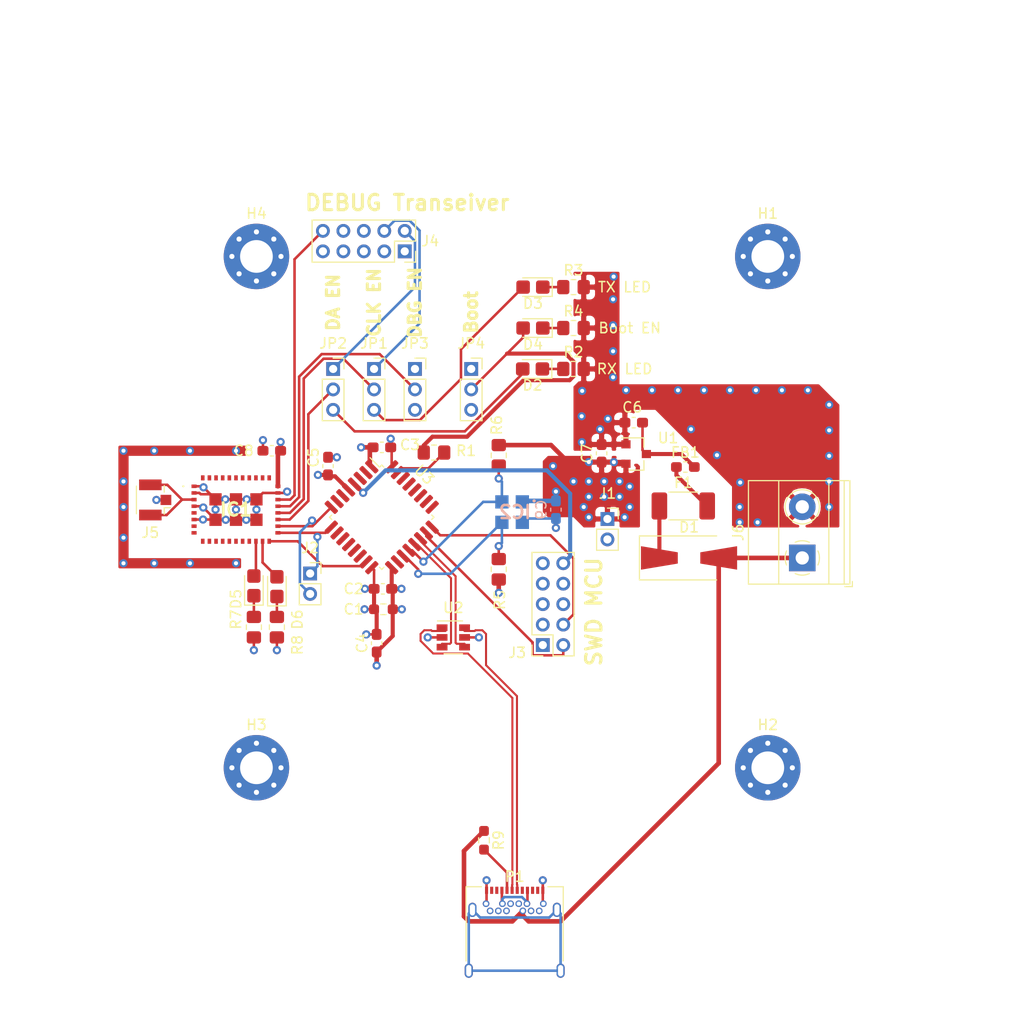
<source format=kicad_pcb>
(kicad_pcb (version 20171130) (host pcbnew "(5.1.10)-1")
  (title_block (date 2021-07-03))
  (layers (0 F.Cu signal) (1 In1.Cu power) (2 In2.Cu power) (31 B.Cu signal) (34 B.Paste user hide) (35 F.Paste user) (36 B.SilkS user hide) (37 F.SilkS user) (38 B.Mask user hide) (39 F.Mask user) (44 Edge.Cuts user))
  (net 0 "")
  (net 1 GND)
  (net 2 +3V3)
  (net 3 "Net-(C6-Pad1)")
  (net 4 +5V)
  (net 5 "Net-(D1-Pad1)")
  (net 6 LED_RX)
  (net 7 "Net-(D2-Pad1)")
  (net 8 LED_TX)
  (net 9 "Net-(D3-Pad1)")
  (net 10 "Net-(D4-Pad2)")
  (net 11 "Net-(D4-Pad1)")
  (net 12 CPU_LED)
  (net 13 "Net-(D5-Pad1)")
  (net 14 RADIO_LED)
  (net 15 "Net-(D6-Pad1)")
  (net 16 "Net-(IC1-Pad38)")
  (net 17 "Net-(IC1-Pad37)")
  (net 18 "Net-(IC1-Pad36)")
  (net 19 "Net-(IC1-Pad35)")
  (net 20 "Net-(IC1-Pad34)")
  (net 21 "Net-(IC1-Pad33)")
  (net 22 "Net-(IC1-Pad32)")
  (net 23 "Net-(IC1-Pad31)")
  (net 24 "Net-(IC1-Pad30)")
  (net 25 "Net-(IC1-Pad29)")
  (net 26 "Net-(IC1-Pad28)")
  (net 27 RESET_N)
  (net 28 DBG_EN)
  (net 29 TX_LED+DBG_CLK)
  (net 30 RX_LED+DBG_DATA)
  (net 31 LPUART1_TX)
  (net 32 LPUART1_RX)
  (net 33 DEEP_SLEEP_WAKUP)
  (net 34 "Net-(IC1-Pad16)")
  (net 35 "Net-(IC1-Pad15)")
  (net 36 "Net-(IC1-Pad14)")
  (net 37 "Net-(IC1-Pad13)")
  (net 38 "Net-(IC1-Pad12)")
  (net 39 "Net-(IC1-Pad11)")
  (net 40 "Net-(IC1-Pad10)")
  (net 41 "Net-(IC1-Pad9)")
  (net 42 "Net-(IC1-Pad8)")
  (net 43 "Net-(IC1-Pad7)")
  (net 44 "Net-(IC1-Pad5)")
  (net 45 "Net-(IC1-Pad3)")
  (net 46 PRESSURE_SDA)
  (net 47 PRESSURE_SCL)
  (net 48 NRST)
  (net 49 "Net-(J3-Pad8)")
  (net 50 "Net-(J3-Pad7)")
  (net 51 "Net-(J3-Pad6)")
  (net 52 SWCLK)
  (net 53 SWDIO)
  (net 54 "Net-(J4-Pad8)")
  (net 55 "Net-(J4-Pad7)")
  (net 56 "Net-(J4-Pad6)")
  (net 57 TS_DBG_CLK)
  (net 58 TS_DBG_DATA)
  (net 59 "Net-(P1-PadA4)")
  (net 60 "Net-(P1-PadS1)")
  (net 61 "Net-(P1-PadA5)")
  (net 62 BOOT0)
  (net 63 "Net-(U2-Pad5)")
  (net 64 USB_D-)
  (net 65 USB_D+)
  (net 66 "Net-(U2-Pad2)")
  (net 67 "Net-(U3-Pad30)")
  (net 68 "Net-(U3-Pad29)")
  (net 69 "Net-(U3-Pad28)")
  (net 70 "Net-(U3-Pad27)")
  (net 71 "Net-(U3-Pad26)")
  (net 72 "Net-(U3-Pad25)")
  (net 73 "Net-(U3-Pad18)")
  (net 74 "Net-(U3-Pad14)")
  (net 75 "Net-(U3-Pad13)")
  (net 76 "Net-(U3-Pad12)")
  (net 77 "Net-(U3-Pad11)")
  (net 78 "Net-(U3-Pad10)")
  (net 79 "Net-(U3-Pad7)")
  (net 80 "Net-(U3-Pad6)")
  (net 81 "Net-(U3-Pad3)")
  (net 82 "Net-(U3-Pad2)")
  (net 83 D-)
  (net 84 D+)
  (net 85 "Net-(F1-Pad2)")
  (module Package_QFP:LQFP-32_7x7mm_P0.8mm (layer F.Cu) (at 143.75 81 315)
    (fp_text reference U3 (at 0 -5.88 135) (layer F.SilkS))
    (fp_text value STM32L082KZTx)
    (pad 32 smd roundrect (at -2.8 -4.175 315) (size 0.5 1.5) (layers F.Cu F.Paste F.Mask) (net 1 GND))
    (pad 31 smd roundrect (at -2 -4.175 315) (size 0.5 1.5) (layers F.Cu F.Paste F.Mask) (net 62 BOOT0))
    (pad 30 smd roundrect (at -1.2 -4.175 315) (size 0.5 1.5) (layers F.Cu F.Paste F.Mask) (net 67 "Net-(U3-Pad30)"))
    (pad 29 smd roundrect (at -0.4 -4.175 315) (size 0.5 1.5) (layers F.Cu F.Paste F.Mask) (net 68 "Net-(U3-Pad29)"))
    (pad 28 smd roundrect (at 0.4 -4.175 315) (size 0.5 1.5) (layers F.Cu F.Paste F.Mask) (net 69 "Net-(U3-Pad28)"))
    (pad 27 smd roundrect (at 1.2 -4.175 315) (size 0.5 1.5) (layers F.Cu F.Paste F.Mask) (net 70 "Net-(U3-Pad27)"))
    (pad 26 smd roundrect (at 2 -4.175 315) (size 0.5 1.5) (layers F.Cu F.Paste F.Mask) (net 71 "Net-(U3-Pad26)"))
    (pad 25 smd roundrect (at 2.8 -4.175 315) (size 0.5 1.5) (layers F.Cu F.Paste F.Mask) (net 72 "Net-(U3-Pad25)"))
    (pad 24 smd roundrect (at 4.175 -2.8 315) (size 1.5 0.5) (layers F.Cu F.Paste F.Mask) (net 52 SWCLK))
    (pad 23 smd roundrect (at 4.175 -2 315) (size 1.5 0.5) (layers F.Cu F.Paste F.Mask) (net 53 SWDIO))
    (pad 22 smd roundrect (at 4.175 -1.2 315) (size 1.5 0.5) (layers F.Cu F.Paste F.Mask) (net 64 USB_D-))
    (pad 21 smd roundrect (at 4.175 -0.4 315) (size 1.5 0.5) (layers F.Cu F.Paste F.Mask) (net 65 USB_D+))
    (pad 20 smd roundrect (at 4.175 0.4 315) (size 1.5 0.5) (layers F.Cu F.Paste F.Mask) (net 46 PRESSURE_SDA))
    (pad 19 smd roundrect (at 4.175 1.2 315) (size 1.5 0.5) (layers F.Cu F.Paste F.Mask) (net 47 PRESSURE_SCL))
    (pad 18 smd roundrect (at 4.175 2 315) (size 1.5 0.5) (layers F.Cu F.Paste F.Mask) (net 73 "Net-(U3-Pad18)"))
    (pad 17 smd roundrect (at 4.175 2.8 315) (size 1.5 0.5) (layers F.Cu F.Paste F.Mask) (net 2 +3V3))
    (pad 16 smd roundrect (at 2.8 4.175 315) (size 0.5 1.5) (layers F.Cu F.Paste F.Mask) (net 1 GND))
    (pad 15 smd roundrect (at 2 4.175 315) (size 0.5 1.5) (layers F.Cu F.Paste F.Mask) (net 33 DEEP_SLEEP_WAKUP))
    (pad 14 smd roundrect (at 1.2 4.175 315) (size 0.5 1.5) (layers F.Cu F.Paste F.Mask) (net 74 "Net-(U3-Pad14)"))
    (pad 13 smd roundrect (at 0.4 4.175 315) (size 0.5 1.5) (layers F.Cu F.Paste F.Mask) (net 75 "Net-(U3-Pad13)"))
    (pad 12 smd roundrect (at -0.4 4.175 315) (size 0.5 1.5) (layers F.Cu F.Paste F.Mask) (net 76 "Net-(U3-Pad12)"))
    (pad 11 smd roundrect (at -1.2 4.175 315) (size 0.5 1.5) (layers F.Cu F.Paste F.Mask) (net 77 "Net-(U3-Pad11)"))
    (pad 10 smd roundrect (at -2 4.175 315) (size 0.5 1.5) (layers F.Cu F.Paste F.Mask) (net 78 "Net-(U3-Pad10)"))
    (pad 9 smd roundrect (at -2.8 4.175 315) (size 0.5 1.5) (layers F.Cu F.Paste F.Mask) (net 32 LPUART1_RX))
    (pad 8 smd roundrect (at -4.175 2.8 315) (size 1.5 0.5) (layers F.Cu F.Paste F.Mask) (net 31 LPUART1_TX))
    (pad 7 smd roundrect (at -4.175 2 315) (size 1.5 0.5) (layers F.Cu F.Paste F.Mask) (net 79 "Net-(U3-Pad7)"))
    (pad 6 smd roundrect (at -4.175 1.2 315) (size 1.5 0.5) (layers F.Cu F.Paste F.Mask) (net 80 "Net-(U3-Pad6)"))
    (pad 5 smd roundrect (at -4.175 0.4 315) (size 1.5 0.5) (layers F.Cu F.Paste F.Mask) (net 2 +3V3))
    (pad 4 smd roundrect (at -4.175 -0.4 315) (size 1.5 0.5) (layers F.Cu F.Paste F.Mask) (net 48 NRST))
    (pad 3 smd roundrect (at -4.175 -1.2 315) (size 1.5 0.5) (layers F.Cu F.Paste F.Mask) (net 81 "Net-(U3-Pad3)"))
    (pad 2 smd roundrect (at -4.175 -2 315) (size 1.5 0.5) (layers F.Cu F.Paste F.Mask) (net 82 "Net-(U3-Pad2)"))
    (pad 1 smd roundrect (at -4.175 -2.8 315) (size 1.5 0.5) (layers F.Cu F.Paste F.Mask) (net 2 +3V3))
  )
  (module Package_TO_SOT_SMD:SOT-23-6 (layer F.Cu) (at 150.75 92.75)
    (fp_text reference U2 (at 0 -2.9) (layer F.SilkS))
    (fp_text value USBLC6-2SC6)
    (pad 5 smd rect (at 1.1 0) (size 1.06 0.65) (layers F.Cu F.Paste F.Mask) (net 63 "Net-(U2-Pad5)"))
    (pad 6 smd rect (at 1.1 -0.95) (size 1.06 0.65) (layers F.Cu F.Paste F.Mask) (net 83 D-))
    (pad 4 smd rect (at 1.1 0.95) (size 1.06 0.65) (layers F.Cu F.Paste F.Mask) (net 64 USB_D-))
    (pad 3 smd rect (at -1.1 0.95) (size 1.06 0.65) (layers F.Cu F.Paste F.Mask) (net 65 USB_D+))
    (pad 2 smd rect (at -1.1 0) (size 1.06 0.65) (layers F.Cu F.Paste F.Mask) (net 66 "Net-(U2-Pad2)"))
    (pad 1 smd rect (at -1.1 -0.95) (size 1.06 0.65) (layers F.Cu F.Paste F.Mask) (net 84 D+))
  )
  (module Package_TO_SOT_SMD:SOT-23 (layer F.Cu) (at 168.63 74.82)
    (fp_text reference U1 (at 3.12 -1.57) (layer F.SilkS))
    (fp_text value XC6206PxxxMR)
    (pad 3 smd rect (at 1 0) (size 0.9 0.8) (layers F.Cu F.Paste F.Mask) (net 3 "Net-(C6-Pad1)"))
    (pad 2 smd rect (at -1 0.95) (size 0.9 0.8) (layers F.Cu F.Paste F.Mask) (net 2 +3V3))
    (pad 1 smd rect (at -1 -0.95) (size 0.9 0.8) (layers F.Cu F.Paste F.Mask) (net 1 GND))
  )
  (module Resistor_SMD:R_0603_1608Metric_Pad0.98x0.95mm_HandSolder (layer F.Cu) (at 153.75 112.5875 270)
    (fp_text reference R9 (at 0 -1.43 90) (layer F.SilkS))
    (fp_text value 56k)
    (pad 2 smd roundrect (at 0.9125 0 270) (size 0.975 0.95) (layers F.Cu F.Paste F.Mask) (net 61 "Net-(P1-PadA5)"))
    (pad 1 smd roundrect (at -0.9125 0 270) (size 0.975 0.95) (layers F.Cu F.Paste F.Mask) (net 4 +5V))
  )
  (module Resistor_SMD:R_0805_2012Metric_Pad1.20x1.40mm_HandSolder (layer F.Cu) (at 133.5 91.75 270)
    (fp_text reference R8 (at 1.75 -2 90) (layer F.SilkS))
    (fp_text value 2k)
    (pad 2 smd roundrect (at 1 0 270) (size 1.2 1.4) (layers F.Cu F.Paste F.Mask) (roundrect_rratio 0.208333) (net 1 GND))
    (pad 1 smd roundrect (at -1 0 270) (size 1.2 1.4) (layers F.Cu F.Paste F.Mask) (roundrect_rratio 0.208333) (net 15 "Net-(D6-Pad1)"))
  )
  (module Resistor_SMD:R_0805_2012Metric_Pad1.20x1.40mm_HandSolder (layer F.Cu) (at 131.25 91.75 270)
    (fp_text reference R7 (at -0.75 1.75 90) (layer F.SilkS))
    (fp_text value 2k)
    (pad 2 smd roundrect (at 1 0 270) (size 1.2 1.4) (layers F.Cu F.Paste F.Mask) (roundrect_rratio 0.208333) (net 1 GND))
    (pad 1 smd roundrect (at -1 0 270) (size 1.2 1.4) (layers F.Cu F.Paste F.Mask) (roundrect_rratio 0.208333) (net 13 "Net-(D5-Pad1)"))
  )
  (module Resistor_SMD:R_0805_2012Metric_Pad1.20x1.40mm_HandSolder (layer F.Cu) (at 155.194 74.946 270)
    (fp_text reference R6 (at -2.95 0.2 90) (layer F.SilkS))
    (fp_text value 10k)
    (pad 2 smd roundrect (at 1 0 270) (size 1.2 1.4) (layers F.Cu F.Paste F.Mask) (roundrect_rratio 0.208333) (net 46 PRESSURE_SDA))
    (pad 1 smd roundrect (at -1 0 270) (size 1.2 1.4) (layers F.Cu F.Paste F.Mask) (roundrect_rratio 0.208333) (net 2 +3V3))
  )
  (module Resistor_SMD:R_0805_2012Metric_Pad1.20x1.40mm_HandSolder (layer F.Cu) (at 155.194 86.09 90)
    (fp_text reference R5 (at -3 0.1 90) (layer F.SilkS))
    (fp_text value 10k)
    (pad 2 smd roundrect (at 1 0 90) (size 1.2 1.4) (layers F.Cu F.Paste F.Mask) (roundrect_rratio 0.208333) (net 47 PRESSURE_SCL))
    (pad 1 smd roundrect (at -1 0 90) (size 1.2 1.4) (layers F.Cu F.Paste F.Mask) (roundrect_rratio 0.208333) (net 2 +3V3))
  )
  (module Resistor_SMD:R_0805_2012Metric_Pad1.20x1.40mm_HandSolder (layer F.Cu) (at 162.5 62.5)
    (fp_text reference R4 (at 0 -1.65) (layer F.SilkS))
    (fp_text value 2k)
    (pad 2 smd roundrect (at 1 0) (size 1.2 1.4) (layers F.Cu F.Paste F.Mask) (roundrect_rratio 0.208333) (net 1 GND))
    (pad 1 smd roundrect (at -1 0) (size 1.2 1.4) (layers F.Cu F.Paste F.Mask) (roundrect_rratio 0.208333) (net 11 "Net-(D4-Pad1)"))
  )
  (module Resistor_SMD:R_0805_2012Metric_Pad1.20x1.40mm_HandSolder (layer F.Cu) (at 162.5 58.5)
    (fp_text reference R3 (at 0 -1.65) (layer F.SilkS))
    (fp_text value 2k)
    (pad 2 smd roundrect (at 1 0) (size 1.2 1.4) (layers F.Cu F.Paste F.Mask) (roundrect_rratio 0.208333) (net 1 GND))
    (pad 1 smd roundrect (at -1 0) (size 1.2 1.4) (layers F.Cu F.Paste F.Mask) (roundrect_rratio 0.208333) (net 9 "Net-(D3-Pad1)"))
  )
  (module Resistor_SMD:R_0805_2012Metric_Pad1.20x1.40mm_HandSolder (layer F.Cu) (at 162.5 66.5)
    (fp_text reference R2 (at 0 -1.65) (layer F.SilkS))
    (fp_text value 2k)
    (pad 2 smd roundrect (at 1 0) (size 1.2 1.4) (layers F.Cu F.Paste F.Mask) (roundrect_rratio 0.208333) (net 1 GND))
    (pad 1 smd roundrect (at -1 0) (size 1.2 1.4) (layers F.Cu F.Paste F.Mask) (roundrect_rratio 0.208333) (net 7 "Net-(D2-Pad1)"))
  )
  (module Resistor_SMD:R_0805_2012Metric_Pad1.20x1.40mm_HandSolder (layer F.Cu) (at 148.86 74.676)
    (fp_text reference R1 (at 3.14 -0.176) (layer F.SilkS))
    (fp_text value 10k)
    (pad 2 smd roundrect (at 1 0) (size 1.2 1.4) (layers F.Cu F.Paste F.Mask) (roundrect_rratio 0.208333) (net 62 BOOT0))
    (pad 1 smd roundrect (at -1 0) (size 1.2 1.4) (layers F.Cu F.Paste F.Mask) (roundrect_rratio 0.208333) (net 10 "Net-(D4-Pad2)"))
  )
  (module Connector_USB:USB_C_Receptacle_Amphenol_12401548E4-2A (layer F.Cu) (at 156.75 122.5)
    (fp_text reference P1 (at 0 -6.36) (layer F.SilkS))
    (fp_text value USB_C_Plug_USB2.0)
    (pad B11 thru_hole circle (at -2.4 -3.01) (size 0.65 0.65) (drill 0.4) (layers *.Cu *.Mask))
    (pad B10 thru_hole circle (at -1.6 -3.01) (size 0.65 0.65) (drill 0.4) (layers *.Cu *.Mask))
    (pad B8 thru_hole circle (at -0.8 -3.01) (size 0.65 0.65) (drill 0.4) (layers *.Cu *.Mask))
    (pad B5 thru_hole circle (at 0.8 -3.01) (size 0.65 0.65) (drill 0.4) (layers *.Cu *.Mask) (net 4 +5V))
    (pad B3 thru_hole circle (at 1.6 -3.01) (size 0.65 0.65) (drill 0.4) (layers *.Cu *.Mask))
    (pad B2 thru_hole circle (at 2.4 -3.01) (size 0.65 0.65) (drill 0.4) (layers *.Cu *.Mask))
    (pad B12 thru_hole circle (at -2.8 -3.71) (size 0.65 0.65) (drill 0.4) (layers *.Cu *.Mask) (net 1 GND))
    (pad B9 thru_hole circle (at -1.2 -3.71) (size 0.65 0.65) (drill 0.4) (layers *.Cu *.Mask) (net 59 "Net-(P1-PadA4)"))
    (pad B7 thru_hole circle (at -0.4 -3.71) (size 0.65 0.65) (drill 0.4) (layers *.Cu *.Mask))
    (pad B6 thru_hole circle (at 0.4 -3.71) (size 0.65 0.65) (drill 0.4) (layers *.Cu *.Mask))
    (pad B4 thru_hole circle (at 1.2 -3.71) (size 0.65 0.65) (drill 0.4) (layers *.Cu *.Mask) (net 59 "Net-(P1-PadA4)"))
    (pad B1 thru_hole circle (at 2.8 -3.71) (size 0.65 0.65) (drill 0.4) (layers *.Cu *.Mask) (net 1 GND))
    (pad "" np_thru_hole circle (at -3.6 -4.36) (size 0.65 0.65) (drill 0.65) (layers *.Cu *.Mask))
    (pad "" np_thru_hole oval (at 3.6 -4.36) (size 0.95 0.65) (drill oval 0.95 0.65) (layers *.Cu *.Mask))
    (pad S1 thru_hole oval (at -4.49 2.84) (size 0.8 1.4) (drill oval 0.5 1.1) (layers *.Cu *.Mask) (net 60 "Net-(P1-PadS1)"))
    (pad S1 thru_hole oval (at 4.49 2.84) (size 0.8 1.4) (drill oval 0.5 1.1) (layers *.Cu *.Mask) (net 60 "Net-(P1-PadS1)"))
    (pad S1 thru_hole oval (at 4.13 -3.11) (size 0.8 1.4) (drill oval 0.5 1.1) (layers *.Cu *.Mask) (net 60 "Net-(P1-PadS1)"))
    (pad A11 smd rect (at 2.25 -5.02) (size 0.3 0.7) (layers F.Cu F.Paste F.Mask))
    (pad A8 smd rect (at 0.75 -5.02) (size 0.3 0.7) (layers F.Cu F.Paste F.Mask))
    (pad A9 smd rect (at 1.25 -5.02) (size 0.3 0.7) (layers F.Cu F.Paste F.Mask) (net 59 "Net-(P1-PadA4)"))
    (pad A10 smd rect (at 1.75 -5.02) (size 0.3 0.7) (layers F.Cu F.Paste F.Mask))
    (pad A12 smd rect (at 2.75 -5.02) (size 0.3 0.7) (layers F.Cu F.Paste F.Mask) (net 1 GND))
    (pad A7 smd rect (at 0.25 -5.02) (size 0.3 0.7) (layers F.Cu F.Paste F.Mask) (net 83 D-))
    (pad A6 smd rect (at -0.25 -5.02) (size 0.3 0.7) (layers F.Cu F.Paste F.Mask) (net 84 D+))
    (pad A5 smd rect (at -0.75 -5.02) (size 0.3 0.7) (layers F.Cu F.Paste F.Mask) (net 61 "Net-(P1-PadA5)"))
    (pad A4 smd rect (at -1.25 -5.02) (size 0.3 0.7) (layers F.Cu F.Paste F.Mask) (net 59 "Net-(P1-PadA4)"))
    (pad A3 smd rect (at -1.75 -5.02) (size 0.3 0.7) (layers F.Cu F.Paste F.Mask))
    (pad A2 smd rect (at -2.25 -5.02) (size 0.3 0.7) (layers F.Cu F.Paste F.Mask))
    (pad A1 smd rect (at -2.75 -5.02) (size 0.3 0.7) (layers F.Cu F.Paste F.Mask) (net 1 GND))
    (pad S1 thru_hole oval (at -4.13 -3.11) (size 0.8 1.4) (drill oval 0.5 1.1) (layers *.Cu *.Mask) (net 60 "Net-(P1-PadS1)"))
  )
  (module Connector_PinSocket_2.00mm:PinSocket_1x03_P2.00mm_Vertical (layer F.Cu) (at 152.5 66.5)
    (fp_text reference JP4 (at 0 -2.5) (layer F.SilkS))
    (fp_text value Jumper_3_Bridged12)
    (pad 3 thru_hole oval (at 0 4) (size 1.35 1.35) (drill 0.8) (layers *.Cu *.Mask) (net 1 GND))
    (pad 2 thru_hole oval (at 0 2) (size 1.35 1.35) (drill 0.8) (layers *.Cu *.Mask) (net 10 "Net-(D4-Pad2)"))
    (pad 1 thru_hole rect (at 0 0) (size 1.35 1.35) (drill 0.8) (layers *.Cu *.Mask) (net 2 +3V3))
  )
  (module Connector_PinSocket_2.00mm:PinSocket_1x03_P2.00mm_Vertical (layer F.Cu) (at 147 66.5)
    (fp_text reference JP3 (at 0 -2.5) (layer F.SilkS))
    (fp_text value Jumper_3_Bridged12)
    (pad 3 thru_hole oval (at 0 4) (size 1.35 1.35) (drill 0.8) (layers *.Cu *.Mask) (net 1 GND))
    (pad 2 thru_hole oval (at 0 2) (size 1.35 1.35) (drill 0.8) (layers *.Cu *.Mask) (net 28 DBG_EN))
    (pad 1 thru_hole rect (at 0 0) (size 1.35 1.35) (drill 0.8) (layers *.Cu *.Mask) (net 2 +3V3))
  )
  (module Connector_PinSocket_2.00mm:PinSocket_1x03_P2.00mm_Vertical (layer F.Cu) (at 139 66.5)
    (fp_text reference JP2 (at 0 -2.5) (layer F.SilkS))
    (fp_text value Jumper_3_Bridged12)
    (pad 3 thru_hole oval (at 0 4) (size 1.35 1.35) (drill 0.8) (layers *.Cu *.Mask) (net 6 LED_RX))
    (pad 2 thru_hole oval (at 0 2) (size 1.35 1.35) (drill 0.8) (layers *.Cu *.Mask) (net 30 RX_LED+DBG_DATA))
    (pad 1 thru_hole rect (at 0 0) (size 1.35 1.35) (drill 0.8) (layers *.Cu *.Mask) (net 58 TS_DBG_DATA))
  )
  (module Connector_PinSocket_2.00mm:PinSocket_1x03_P2.00mm_Vertical (layer F.Cu) (at 143 66.5)
    (fp_text reference JP1 (at 0 -2.5) (layer F.SilkS))
    (fp_text value Jumper_3_Bridged12)
    (pad 3 thru_hole oval (at 0 4) (size 1.35 1.35) (drill 0.8) (layers *.Cu *.Mask) (net 8 LED_TX))
    (pad 2 thru_hole oval (at 0 2) (size 1.35 1.35) (drill 0.8) (layers *.Cu *.Mask) (net 29 TX_LED+DBG_CLK))
    (pad 1 thru_hole rect (at 0 0) (size 1.35 1.35) (drill 0.8) (layers *.Cu *.Mask) (net 57 TS_DBG_CLK))
  )
  (module TerminalBlock_Phoenix:TerminalBlock_Phoenix_MKDS-1,5-2_1x02_P5.00mm_Horizontal (layer F.Cu) (at 184.87 84.98 90)
    (fp_text reference J6 (at 2.5 -6.26 90) (layer F.SilkS))
    (fp_text value Conn_01x02_Female)
    (pad 2 thru_hole circle (at 5 0 90) (size 2.6 2.6) (drill 1.3) (layers *.Cu *.Mask) (net 1 GND))
    (pad 1 thru_hole rect (at 0 0 90) (size 2.6 2.6) (drill 1.3) (layers *.Cu *.Mask) (net 4 +5V))
  )
  (module Connector_Coaxial:U.FL_Hirose_U.FL-R-SMT-1_Vertical (layer F.Cu) (at 121.59998 79.30822 180)
    (fp_text reference J5 (at 0.475 -3.2) (layer F.SilkS))
    (fp_text value Conn_Coaxial)
    (pad 2 smd rect (at 0.475 -1.475 180) (size 2.2 1.05) (layers F.Cu F.Paste F.Mask) (net 45 "Net-(IC1-Pad3)"))
    (pad 1 smd rect (at -1.05 0 180) (size 1.05 1) (layers F.Cu F.Paste F.Mask) (net 1 GND))
    (pad 2 smd rect (at 0.475 1.475 180) (size 2.2 1.05) (layers F.Cu F.Paste F.Mask) (net 45 "Net-(IC1-Pad3)"))
  )
  (module Connector_PinSocket_2.00mm:PinSocket_2x05_P2.00mm_Vertical (layer F.Cu) (at 146 55 270)
    (fp_text reference J4 (at -1 -2.5 180) (layer F.SilkS))
    (fp_text value Conn_02x05_Odd_Even)
    (pad 10 thru_hole oval (at -2 8 270) (size 1.35 1.35) (drill 0.8) (layers *.Cu *.Mask) (net 27 RESET_N))
    (pad 9 thru_hole oval (at 0 8 270) (size 1.35 1.35) (drill 0.8) (layers *.Cu *.Mask) (net 1 GND))
    (pad 8 thru_hole oval (at -2 6 270) (size 1.35 1.35) (drill 0.8) (layers *.Cu *.Mask) (net 54 "Net-(J4-Pad8)"))
    (pad 7 thru_hole oval (at 0 6 270) (size 1.35 1.35) (drill 0.8) (layers *.Cu *.Mask) (net 55 "Net-(J4-Pad7)"))
    (pad 6 thru_hole oval (at -2 4 270) (size 1.35 1.35) (drill 0.8) (layers *.Cu *.Mask) (net 56 "Net-(J4-Pad6)"))
    (pad 5 thru_hole oval (at 0 4 270) (size 1.35 1.35) (drill 0.8) (layers *.Cu *.Mask) (net 1 GND))
    (pad 4 thru_hole oval (at -2 2 270) (size 1.35 1.35) (drill 0.8) (layers *.Cu *.Mask) (net 57 TS_DBG_CLK))
    (pad 3 thru_hole oval (at 0 2 270) (size 1.35 1.35) (drill 0.8) (layers *.Cu *.Mask) (net 1 GND))
    (pad 2 thru_hole oval (at -2 0 270) (size 1.35 1.35) (drill 0.8) (layers *.Cu *.Mask) (net 58 TS_DBG_DATA))
    (pad 1 thru_hole rect (at 0 0 270) (size 1.35 1.35) (drill 0.8) (layers *.Cu *.Mask) (net 2 +3V3))
  )
  (module Connector_PinSocket_2.00mm:PinSocket_2x05_P2.00mm_Vertical (layer F.Cu) (at 159.5 93.5 180)
    (fp_text reference J3 (at 2.5 -0.75) (layer F.SilkS))
    (fp_text value Conn_02x05_Odd_Even)
    (pad 10 thru_hole oval (at -2 8 180) (size 1.35 1.35) (drill 0.8) (layers *.Cu *.Mask) (net 48 NRST))
    (pad 9 thru_hole oval (at 0 8 180) (size 1.35 1.35) (drill 0.8) (layers *.Cu *.Mask) (net 1 GND))
    (pad 8 thru_hole oval (at -2 6 180) (size 1.35 1.35) (drill 0.8) (layers *.Cu *.Mask) (net 49 "Net-(J3-Pad8)"))
    (pad 7 thru_hole oval (at 0 6 180) (size 1.35 1.35) (drill 0.8) (layers *.Cu *.Mask) (net 50 "Net-(J3-Pad7)"))
    (pad 6 thru_hole oval (at -2 4 180) (size 1.35 1.35) (drill 0.8) (layers *.Cu *.Mask) (net 51 "Net-(J3-Pad6)"))
    (pad 5 thru_hole oval (at 0 4 180) (size 1.35 1.35) (drill 0.8) (layers *.Cu *.Mask) (net 1 GND))
    (pad 4 thru_hole oval (at -2 2 180) (size 1.35 1.35) (drill 0.8) (layers *.Cu *.Mask) (net 52 SWCLK))
    (pad 3 thru_hole oval (at 0 2 180) (size 1.35 1.35) (drill 0.8) (layers *.Cu *.Mask) (net 1 GND))
    (pad 2 thru_hole oval (at -2 0 180) (size 1.35 1.35) (drill 0.8) (layers *.Cu *.Mask) (net 53 SWDIO))
    (pad 1 thru_hole rect (at 0 0 180) (size 1.35 1.35) (drill 0.8) (layers *.Cu *.Mask) (net 2 +3V3))
  )
  (module Connector_PinSocket_2.00mm:PinSocket_1x02_P2.00mm_Vertical (layer F.Cu) (at 136.75 86.5)
    (fp_text reference J2 (at 0 -2.5) (layer F.SilkS))
    (fp_text value Conn_01x02)
    (pad 2 thru_hole oval (at 0 2) (size 1.35 1.35) (drill 0.8) (layers *.Cu *.Mask) (net 31 LPUART1_TX))
    (pad 1 thru_hole rect (at 0 0) (size 1.35 1.35) (drill 0.8) (layers *.Cu *.Mask) (net 32 LPUART1_RX))
  )
  (module Connector_PinSocket_2.00mm:PinSocket_1x02_P2.00mm_Vertical (layer F.Cu) (at 165.82 81.17)
    (fp_text reference J1 (at 0 -2.5) (layer F.SilkS))
    (fp_text value Conn_01x02)
    (pad 2 thru_hole oval (at 0 2) (size 1.35 1.35) (drill 0.8) (layers *.Cu *.Mask) (net 1 GND))
    (pad 1 thru_hole rect (at 0 0) (size 1.35 1.35) (drill 0.8) (layers *.Cu *.Mask) (net 2 +3V3))
  )
  (module SamacSys_Parts:MS584002BA01 (layer B.Cu) (at 156.5 80.5 180)
    (fp_text reference IC2 (at -0.275 0) (layer B.SilkS) (effects (font (size 1.27 1.27) (thickness 0.254)) (justify mirror)))
    (fp_text value MS5840-02BA01 hide)
    (pad 4 smd rect (at 1 1 90) (size 1.3 1.3) (layers B.Cu B.Paste B.Mask) (net 46 PRESSURE_SDA))
    (pad 3 smd rect (at 1 -1 90) (size 1.3 1.3) (layers B.Cu B.Paste B.Mask) (net 47 PRESSURE_SCL))
    (pad 2 smd rect (at -1 -1 90) (size 1.3 1.3) (layers B.Cu B.Paste B.Mask) (net 1 GND))
    (pad 1 smd rect (at -1 1 90) (size 1.3 1.3) (layers B.Cu B.Paste B.Mask) (net 2 +3V3))
  )
  (module SamacSys_Parts:AXSIPSFEU101TX30 (layer F.Cu) (at 129.5 80.25)
    (fp_text reference IC1 (at 0 0) (layer F.SilkS) (effects (font (size 1.27 1.27) (thickness 0.254))))
    (fp_text value AX-SIP-SFEU-1-01-TX30 hide)
    (pad 44 smd rect (at 2 1) (size 1.2 1.2) (layers F.Cu F.Paste F.Mask) (net 1 GND))
    (pad 43 smd rect (at 2 -1) (size 1.2 1.2) (layers F.Cu F.Paste F.Mask) (net 1 GND))
    (pad 42 smd rect (at 0 1) (size 1.2 1.2) (layers F.Cu F.Paste F.Mask) (net 1 GND))
    (pad 41 smd rect (at 0 -1) (size 1.2 1.2) (layers F.Cu F.Paste F.Mask) (net 1 GND))
    (pad 40 smd rect (at -2 1) (size 1.2 1.2) (layers F.Cu F.Paste F.Mask) (net 1 GND))
    (pad 39 smd rect (at -2 -1) (size 1.2 1.2) (layers F.Cu F.Paste F.Mask) (net 1 GND))
    (pad 38 smd rect (at -3.25 -3.1) (size 0.35 0.5) (layers F.Cu F.Paste F.Mask) (net 16 "Net-(IC1-Pad38)"))
    (pad 37 smd rect (at -2.6 -3.1) (size 0.35 0.5) (layers F.Cu F.Paste F.Mask) (net 17 "Net-(IC1-Pad37)"))
    (pad 36 smd rect (at -1.95 -3.1) (size 0.35 0.5) (layers F.Cu F.Paste F.Mask) (net 18 "Net-(IC1-Pad36)"))
    (pad 35 smd rect (at -1.3 -3.1) (size 0.35 0.5) (layers F.Cu F.Paste F.Mask) (net 19 "Net-(IC1-Pad35)"))
    (pad 34 smd rect (at -0.65 -3.1) (size 0.35 0.5) (layers F.Cu F.Paste F.Mask) (net 20 "Net-(IC1-Pad34)"))
    (pad 33 smd rect (at 0 -3.1) (size 0.35 0.5) (layers F.Cu F.Paste F.Mask) (net 21 "Net-(IC1-Pad33)"))
    (pad 32 smd rect (at 0.65 -3.1) (size 0.35 0.5) (layers F.Cu F.Paste F.Mask) (net 22 "Net-(IC1-Pad32)"))
    (pad 31 smd rect (at 1.3 -3.1) (size 0.35 0.5) (layers F.Cu F.Paste F.Mask) (net 23 "Net-(IC1-Pad31)"))
    (pad 30 smd rect (at 1.95 -3.1) (size 0.35 0.5) (layers F.Cu F.Paste F.Mask) (net 24 "Net-(IC1-Pad30)"))
    (pad 29 smd rect (at 2.6 -3.1) (size 0.35 0.5) (layers F.Cu F.Paste F.Mask) (net 25 "Net-(IC1-Pad29)"))
    (pad 28 smd rect (at 3.25 -3.1) (size 0.35 0.5) (layers F.Cu F.Paste F.Mask) (net 26 "Net-(IC1-Pad28)"))
    (pad 27 smd rect (at 4.1 -2.275 90) (size 0.35 0.5) (layers F.Cu F.Paste F.Mask) (net 2 +3V3))
    (pad 26 smd rect (at 4.1 -1.625 90) (size 0.35 0.5) (layers F.Cu F.Paste F.Mask) (net 1 GND))
    (pad 25 smd rect (at 4.1 -0.975 90) (size 0.35 0.5) (layers F.Cu F.Paste F.Mask) (net 27 RESET_N))
    (pad 24 smd rect (at 4.1 -0.325 90) (size 0.35 0.5) (layers F.Cu F.Paste F.Mask) (net 28 DBG_EN))
    (pad 23 smd rect (at 4.1 0.325 90) (size 0.35 0.5) (layers F.Cu F.Paste F.Mask) (net 29 TX_LED+DBG_CLK))
    (pad 22 smd rect (at 4.1 0.975 90) (size 0.35 0.5) (layers F.Cu F.Paste F.Mask) (net 30 RX_LED+DBG_DATA))
    (pad 21 smd rect (at 4.1 1.625 90) (size 0.35 0.5) (layers F.Cu F.Paste F.Mask) (net 31 LPUART1_TX))
    (pad 20 smd rect (at 4.1 2.275 90) (size 0.35 0.5) (layers F.Cu F.Paste F.Mask) (net 32 LPUART1_RX))
    (pad 19 smd rect (at 3.25 3.1) (size 0.35 0.5) (layers F.Cu F.Paste F.Mask) (net 33 DEEP_SLEEP_WAKUP))
    (pad 18 smd rect (at 2.6 3.1) (size 0.35 0.5) (layers F.Cu F.Paste F.Mask) (net 14 RADIO_LED))
    (pad 17 smd rect (at 1.95 3.1) (size 0.35 0.5) (layers F.Cu F.Paste F.Mask) (net 12 CPU_LED))
    (pad 16 smd rect (at 1.3 3.1) (size 0.35 0.5) (layers F.Cu F.Paste F.Mask) (net 34 "Net-(IC1-Pad16)"))
    (pad 15 smd rect (at 0.65 3.1) (size 0.35 0.5) (layers F.Cu F.Paste F.Mask) (net 35 "Net-(IC1-Pad15)"))
    (pad 14 smd rect (at 0 3.1) (size 0.35 0.5) (layers F.Cu F.Paste F.Mask) (net 36 "Net-(IC1-Pad14)"))
    (pad 13 smd rect (at -0.65 3.1) (size 0.35 0.5) (layers F.Cu F.Paste F.Mask) (net 37 "Net-(IC1-Pad13)"))
    (pad 12 smd rect (at -1.3 3.1) (size 0.35 0.5) (layers F.Cu F.Paste F.Mask) (net 38 "Net-(IC1-Pad12)"))
    (pad 11 smd rect (at -1.95 3.1) (size 0.35 0.5) (layers F.Cu F.Paste F.Mask) (net 39 "Net-(IC1-Pad11)"))
    (pad 10 smd rect (at -2.6 3.1) (size 0.35 0.5) (layers F.Cu F.Paste F.Mask) (net 40 "Net-(IC1-Pad10)"))
    (pad 9 smd rect (at -3.25 3.1) (size 0.35 0.5) (layers F.Cu F.Paste F.Mask) (net 41 "Net-(IC1-Pad9)"))
    (pad 8 smd rect (at -4.1 2.275 90) (size 0.35 0.5) (layers F.Cu F.Paste F.Mask) (net 42 "Net-(IC1-Pad8)"))
    (pad 7 smd rect (at -4.1 1.625 90) (size 0.35 0.5) (layers F.Cu F.Paste F.Mask) (net 43 "Net-(IC1-Pad7)"))
    (pad 6 smd rect (at -4.1 0.975 90) (size 0.35 0.5) (layers F.Cu F.Paste F.Mask) (net 1 GND))
    (pad 5 smd rect (at -4.1 0.325 90) (size 0.35 0.5) (layers F.Cu F.Paste F.Mask) (net 44 "Net-(IC1-Pad5)"))
    (pad 4 smd rect (at -4.1 -0.325 90) (size 0.35 0.5) (layers F.Cu F.Paste F.Mask) (net 1 GND))
    (pad 3 smd rect (at -4.1 -0.975 90) (size 0.35 0.5) (layers F.Cu F.Paste F.Mask) (net 45 "Net-(IC1-Pad3)"))
    (pad 2 smd rect (at -4.1 -1.625 90) (size 0.35 0.5) (layers F.Cu F.Paste F.Mask) (net 1 GND))
    (pad 1 smd rect (at -4.1 -2.275 90) (size 0.35 0.5) (layers F.Cu F.Paste F.Mask) (net 1 GND))
  )
  (module MountingHole:MountingHole_3.2mm_M3_Pad_Via (layer F.Cu) (at 131.5 55.5)
    (fp_text reference H4 (at 0 -4.2) (layer F.SilkS))
    (fp_text value MountingHole_Pad)
    (pad 1 thru_hole circle (at 1.697056 -1.697056) (size 0.8 0.8) (drill 0.5) (layers *.Cu *.Mask) (net 1 GND))
    (pad 1 thru_hole circle (at 0 -2.4) (size 0.8 0.8) (drill 0.5) (layers *.Cu *.Mask) (net 1 GND))
    (pad 1 thru_hole circle (at -1.697056 -1.697056) (size 0.8 0.8) (drill 0.5) (layers *.Cu *.Mask) (net 1 GND))
    (pad 1 thru_hole circle (at -2.4 0) (size 0.8 0.8) (drill 0.5) (layers *.Cu *.Mask) (net 1 GND))
    (pad 1 thru_hole circle (at -1.697056 1.697056) (size 0.8 0.8) (drill 0.5) (layers *.Cu *.Mask) (net 1 GND))
    (pad 1 thru_hole circle (at 0 2.4) (size 0.8 0.8) (drill 0.5) (layers *.Cu *.Mask) (net 1 GND))
    (pad 1 thru_hole circle (at 1.697056 1.697056) (size 0.8 0.8) (drill 0.5) (layers *.Cu *.Mask) (net 1 GND))
    (pad 1 thru_hole circle (at 2.4 0) (size 0.8 0.8) (drill 0.5) (layers *.Cu *.Mask) (net 1 GND))
    (pad 1 thru_hole circle (at 0 0) (size 6.4 6.4) (drill 3.2) (layers *.Cu *.Mask) (net 1 GND))
  )
  (module MountingHole:MountingHole_3.2mm_M3_Pad_Via (layer F.Cu) (at 131.5 105.5)
    (fp_text reference H3 (at 0 -4.2) (layer F.SilkS))
    (fp_text value MountingHole_Pad)
    (pad 1 thru_hole circle (at 1.697056 -1.697056) (size 0.8 0.8) (drill 0.5) (layers *.Cu *.Mask) (net 1 GND))
    (pad 1 thru_hole circle (at 0 -2.4) (size 0.8 0.8) (drill 0.5) (layers *.Cu *.Mask) (net 1 GND))
    (pad 1 thru_hole circle (at -1.697056 -1.697056) (size 0.8 0.8) (drill 0.5) (layers *.Cu *.Mask) (net 1 GND))
    (pad 1 thru_hole circle (at -2.4 0) (size 0.8 0.8) (drill 0.5) (layers *.Cu *.Mask) (net 1 GND))
    (pad 1 thru_hole circle (at -1.697056 1.697056) (size 0.8 0.8) (drill 0.5) (layers *.Cu *.Mask) (net 1 GND))
    (pad 1 thru_hole circle (at 0 2.4) (size 0.8 0.8) (drill 0.5) (layers *.Cu *.Mask) (net 1 GND))
    (pad 1 thru_hole circle (at 1.697056 1.697056) (size 0.8 0.8) (drill 0.5) (layers *.Cu *.Mask) (net 1 GND))
    (pad 1 thru_hole circle (at 2.4 0) (size 0.8 0.8) (drill 0.5) (layers *.Cu *.Mask) (net 1 GND))
    (pad 1 thru_hole circle (at 0 0) (size 6.4 6.4) (drill 3.2) (layers *.Cu *.Mask) (net 1 GND))
  )
  (module MountingHole:MountingHole_3.2mm_M3_Pad_Via (layer F.Cu) (at 181.5 105.5)
    (fp_text reference H2 (at 0 -4.2) (layer F.SilkS))
    (fp_text value MountingHole_Pad)
    (pad 1 thru_hole circle (at 1.697056 -1.697056) (size 0.8 0.8) (drill 0.5) (layers *.Cu *.Mask) (net 1 GND))
    (pad 1 thru_hole circle (at 0 -2.4) (size 0.8 0.8) (drill 0.5) (layers *.Cu *.Mask) (net 1 GND))
    (pad 1 thru_hole circle (at -1.697056 -1.697056) (size 0.8 0.8) (drill 0.5) (layers *.Cu *.Mask) (net 1 GND))
    (pad 1 thru_hole circle (at -2.4 0) (size 0.8 0.8) (drill 0.5) (layers *.Cu *.Mask) (net 1 GND))
    (pad 1 thru_hole circle (at -1.697056 1.697056) (size 0.8 0.8) (drill 0.5) (layers *.Cu *.Mask) (net 1 GND))
    (pad 1 thru_hole circle (at 0 2.4) (size 0.8 0.8) (drill 0.5) (layers *.Cu *.Mask) (net 1 GND))
    (pad 1 thru_hole circle (at 1.697056 1.697056) (size 0.8 0.8) (drill 0.5) (layers *.Cu *.Mask) (net 1 GND))
    (pad 1 thru_hole circle (at 2.4 0) (size 0.8 0.8) (drill 0.5) (layers *.Cu *.Mask) (net 1 GND))
    (pad 1 thru_hole circle (at 0 0) (size 6.4 6.4) (drill 3.2) (layers *.Cu *.Mask) (net 1 GND))
  )
  (module MountingHole:MountingHole_3.2mm_M3_Pad_Via (layer F.Cu) (at 181.5 55.5)
    (fp_text reference H1 (at 0 -4.2) (layer F.SilkS))
    (fp_text value MountingHole_Pad)
    (pad 1 thru_hole circle (at 1.697056 -1.697056) (size 0.8 0.8) (drill 0.5) (layers *.Cu *.Mask) (net 1 GND))
    (pad 1 thru_hole circle (at 0 -2.4) (size 0.8 0.8) (drill 0.5) (layers *.Cu *.Mask) (net 1 GND))
    (pad 1 thru_hole circle (at -1.697056 -1.697056) (size 0.8 0.8) (drill 0.5) (layers *.Cu *.Mask) (net 1 GND))
    (pad 1 thru_hole circle (at -2.4 0) (size 0.8 0.8) (drill 0.5) (layers *.Cu *.Mask) (net 1 GND))
    (pad 1 thru_hole circle (at -1.697056 1.697056) (size 0.8 0.8) (drill 0.5) (layers *.Cu *.Mask) (net 1 GND))
    (pad 1 thru_hole circle (at 0 2.4) (size 0.8 0.8) (drill 0.5) (layers *.Cu *.Mask) (net 1 GND))
    (pad 1 thru_hole circle (at 1.697056 1.697056) (size 0.8 0.8) (drill 0.5) (layers *.Cu *.Mask) (net 1 GND))
    (pad 1 thru_hole circle (at 2.4 0) (size 0.8 0.8) (drill 0.5) (layers *.Cu *.Mask) (net 1 GND))
    (pad 1 thru_hole circle (at 0 0) (size 6.4 6.4) (drill 3.2) (layers *.Cu *.Mask) (net 1 GND))
  )
  (module Inductor_SMD:L_0603_1608Metric_Pad1.05x0.95mm_HandSolder (layer F.Cu) (at 173.44 76.09)
    (fp_text reference FB1 (at 0 -1.43) (layer F.SilkS))
    (fp_text value "100 @ 100Mhz")
    (pad 2 smd roundrect (at 0.875 0) (size 1.05 0.95) (layers F.Cu F.Paste F.Mask) (net 3 "Net-(C6-Pad1)"))
    (pad 1 smd roundrect (at -0.875 0) (size 1.05 0.95) (layers F.Cu F.Paste F.Mask) (net 85 "Net-(F1-Pad2)"))
  )
  (module Fuse:Fuse_2010_5025Metric_Pad1.52x2.65mm_HandSolder (layer F.Cu) (at 173.2375 79.9)
    (fp_text reference F1 (at 0 -2.28) (layer F.SilkS))
    (fp_text value 500mA)
    (pad 2 smd roundrect (at 2.3375 0) (size 1.525 2.65) (layers F.Cu F.Paste F.Mask) (roundrect_rratio 0.163934) (net 85 "Net-(F1-Pad2)"))
    (pad 1 smd roundrect (at -2.3375 0) (size 1.525 2.65) (layers F.Cu F.Paste F.Mask) (roundrect_rratio 0.163934) (net 5 "Net-(D1-Pad1)"))
  )
  (module LED_SMD:LED_0805_2012Metric_Castellated (layer F.Cu) (at 133.5 87.7875 90)
    (fp_text reference D6 (at -3.2125 2 90) (layer F.SilkS))
    (fp_text value YELLOW)
    (pad 2 smd roundrect (at 0.9625 0 90) (size 1.325 1.3) (layers F.Cu F.Paste F.Mask) (roundrect_rratio 0.192308) (net 14 RADIO_LED))
    (pad 1 smd roundrect (at -0.9625 0 90) (size 1.325 1.3) (layers F.Cu F.Paste F.Mask) (roundrect_rratio 0.192308) (net 15 "Net-(D6-Pad1)"))
  )
  (module LED_SMD:LED_0805_2012Metric_Castellated (layer F.Cu) (at 131.25 87.7125 90)
    (fp_text reference D5 (at -1.2875 -1.75 90) (layer F.SilkS))
    (fp_text value YELLOW)
    (pad 2 smd roundrect (at 0.9625 0 90) (size 1.325 1.3) (layers F.Cu F.Paste F.Mask) (roundrect_rratio 0.192308) (net 12 CPU_LED))
    (pad 1 smd roundrect (at -0.9625 0 90) (size 1.325 1.3) (layers F.Cu F.Paste F.Mask) (roundrect_rratio 0.192308) (net 13 "Net-(D5-Pad1)"))
  )
  (module LED_SMD:LED_0805_2012Metric_Castellated (layer F.Cu) (at 158.5375 62.5 180)
    (fp_text reference D4 (at 0 -1.6) (layer F.SilkS))
    (fp_text value YELLOW)
    (pad 2 smd roundrect (at 0.9625 0 180) (size 1.325 1.3) (layers F.Cu F.Paste F.Mask) (roundrect_rratio 0.192308) (net 10 "Net-(D4-Pad2)"))
    (pad 1 smd roundrect (at -0.9625 0 180) (size 1.325 1.3) (layers F.Cu F.Paste F.Mask) (roundrect_rratio 0.192308) (net 11 "Net-(D4-Pad1)"))
  )
  (module LED_SMD:LED_0805_2012Metric_Castellated (layer F.Cu) (at 158.5375 58.5 180)
    (fp_text reference D3 (at 0 -1.6) (layer F.SilkS))
    (fp_text value YELLOW)
    (pad 2 smd roundrect (at 0.9625 0 180) (size 1.325 1.3) (layers F.Cu F.Paste F.Mask) (roundrect_rratio 0.192308) (net 8 LED_TX))
    (pad 1 smd roundrect (at -0.9625 0 180) (size 1.325 1.3) (layers F.Cu F.Paste F.Mask) (roundrect_rratio 0.192308) (net 9 "Net-(D3-Pad1)"))
  )
  (module LED_SMD:LED_0805_2012Metric_Castellated (layer F.Cu) (at 158.5 66.5 180)
    (fp_text reference D2 (at 0 -1.6) (layer F.SilkS))
    (fp_text value YELLOW)
    (pad 2 smd roundrect (at 0.9625 0 180) (size 1.325 1.3) (layers F.Cu F.Paste F.Mask) (roundrect_rratio 0.192308) (net 6 LED_RX))
    (pad 1 smd roundrect (at -0.9625 0 180) (size 1.325 1.3) (layers F.Cu F.Paste F.Mask) (roundrect_rratio 0.192308) (net 7 "Net-(D2-Pad1)"))
  )
  (module Diode_SMD:D_SMA-SMB_Universal_Handsoldering (layer F.Cu) (at 173.8 84.98)
    (fp_text reference D1 (at 0 -3) (layer F.SilkS))
    (fp_text value B5819W)
    (pad 2 smd trapezoid (at 2.9 0 180) (size 3.6 1.7) (rect_delta 0.6 0) (layers F.Cu F.Paste F.Mask) (net 4 +5V))
    (pad 1 smd trapezoid (at -2.9 0) (size 3.6 1.7) (rect_delta 0.6 0) (layers F.Cu F.Paste F.Mask) (net 5 "Net-(D1-Pad1)"))
  )
  (module Capacitor_SMD:C_0603_1608Metric_Pad1.08x0.95mm_HandSolder (layer B.Cu) (at 160.782 80.264 270)
    (fp_text reference C9 (at 0 1.43 270) (layer B.SilkS) (effects (justify mirror)))
    (fp_text value 100nF)
    (pad 2 smd roundrect (at 0.8625 0 270) (size 1.075 0.95) (layers B.Cu B.Paste B.Mask) (net 1 GND))
    (pad 1 smd roundrect (at -0.8625 0 270) (size 1.075 0.95) (layers B.Cu B.Paste B.Mask) (net 2 +3V3))
  )
  (module Capacitor_SMD:C_0603_1608Metric_Pad1.08x0.95mm_HandSolder (layer F.Cu) (at 133 74.5 180)
    (fp_text reference C8 (at 2.75 0) (layer F.SilkS))
    (fp_text value 4.7uf)
    (pad 2 smd roundrect (at 0.8625 0 180) (size 1.075 0.95) (layers F.Cu F.Paste F.Mask) (net 1 GND))
    (pad 1 smd roundrect (at -0.8625 0 180) (size 1.075 0.95) (layers F.Cu F.Paste F.Mask) (net 2 +3V3))
  )
  (module Capacitor_SMD:C_0603_1608Metric_Pad1.08x0.95mm_HandSolder (layer F.Cu) (at 165.25 74.75 90)
    (fp_text reference C7 (at 0 -1.43 90) (layer F.SilkS))
    (fp_text value 10uF)
    (pad 2 smd roundrect (at 0.8625 0 90) (size 1.075 0.95) (layers F.Cu F.Paste F.Mask) (net 1 GND))
    (pad 1 smd roundrect (at -0.8625 0 90) (size 1.075 0.95) (layers F.Cu F.Paste F.Mask) (net 2 +3V3))
  )
  (module Capacitor_SMD:C_0603_1608Metric_Pad1.08x0.95mm_HandSolder (layer F.Cu) (at 168.3875 71.75 180)
    (fp_text reference C6 (at 0.1375 1.5) (layer F.SilkS))
    (fp_text value 10uF)
    (pad 2 smd roundrect (at 0.8625 0 180) (size 1.075 0.95) (layers F.Cu F.Paste F.Mask) (net 1 GND))
    (pad 1 smd roundrect (at -0.8625 0 180) (size 1.075 0.95) (layers F.Cu F.Paste F.Mask) (net 3 "Net-(C6-Pad1)"))
  )
  (module Capacitor_SMD:C_0603_1608Metric_Pad1.08x0.95mm_HandSolder (layer F.Cu) (at 138.5 76 90)
    (fp_text reference C5 (at 0.8375 -1.43 90) (layer F.SilkS))
    (fp_text value 100nF)
    (pad 2 smd roundrect (at 0.8625 0 90) (size 1.075 0.95) (layers F.Cu F.Paste F.Mask) (net 1 GND))
    (pad 1 smd roundrect (at -0.8625 0 90) (size 1.075 0.95) (layers F.Cu F.Paste F.Mask) (net 2 +3V3))
  )
  (module Capacitor_SMD:C_0603_1608Metric_Pad1.08x0.95mm_HandSolder (layer F.Cu) (at 143.256 93.3185 90)
    (fp_text reference C4 (at 0 -1.43 90) (layer F.SilkS))
    (fp_text value 100nF)
    (pad 2 smd roundrect (at 0.8625 0 90) (size 1.075 0.95) (layers F.Cu F.Paste F.Mask) (net 1 GND))
    (pad 1 smd roundrect (at -0.8625 0 90) (size 1.075 0.95) (layers F.Cu F.Paste F.Mask) (net 2 +3V3))
  )
  (module Capacitor_SMD:C_0603_1608Metric_Pad1.08x0.95mm_HandSolder (layer F.Cu) (at 143.764 74.168)
    (fp_text reference C3 (at 2.75 -0.25) (layer F.SilkS))
    (fp_text value 100nF)
    (pad 2 smd roundrect (at 0.8625 0) (size 1.075 0.95) (layers F.Cu F.Paste F.Mask) (net 1 GND))
    (pad 1 smd roundrect (at -0.8625 0) (size 1.075 0.95) (layers F.Cu F.Paste F.Mask) (net 2 +3V3))
  )
  (module Capacitor_SMD:C_0603_1608Metric_Pad1.08x0.95mm_HandSolder (layer F.Cu) (at 143.8625 88 180)
    (fp_text reference C2 (at 2.8625 0) (layer F.SilkS))
    (fp_text value 100nF)
    (pad 2 smd roundrect (at 0.8625 0 180) (size 1.075 0.95) (layers F.Cu F.Paste F.Mask) (net 1 GND))
    (pad 1 smd roundrect (at -0.8625 0 180) (size 1.075 0.95) (layers F.Cu F.Paste F.Mask) (net 2 +3V3))
  )
  (module Resistor_SMD:R_0603_1608Metric_Pad0.98x0.95mm_HandSolder (layer F.Cu) (at 143.9125 90 180)
    (fp_text reference C1 (at 2.9125 0) (layer F.SilkS))
    (fp_text value 10uF)
    (pad 2 smd roundrect (at 0.9125 0 180) (size 0.975 0.95) (layers F.Cu F.Paste F.Mask) (net 1 GND))
    (pad 1 smd roundrect (at -0.9125 0 180) (size 0.975 0.95) (layers F.Cu F.Paste F.Mask) (net 2 +3V3))
  )
  (gr_text "SWD MCU" (at 164.5 90.25 90) (layer F.SilkS) (effects (font (size 1.5 1.5) (thickness 0.3))))
  (gr_text "DEBUG Transeiver\n" (at 146.25 50.25) (layer F.SilkS) (effects (font (size 1.5 1.5) (thickness 0.3))))
  (gr_text "Boot EN\n" (at 168 62.5) (layer F.SilkS) (effects (font (size 1 1))))
  (gr_text "RX LED" (at 167.5 66.5) (layer F.SilkS) (effects (font (size 1 1))))
  (gr_text "TX LED\n" (at 167.5 58.5) (layer F.SilkS) (effects (font (size 1 1))))
  (gr_text "Boot \n" (at 152.5 60.5 90) (layer F.SilkS) (effects (font (size 1.2 1.2) (thickness 0.3))))
  (gr_text "DBG EN" (at 147 60 90) (layer F.SilkS) (effects (font (size 1.2 1.2) (thickness 0.3))))
  (gr_text "CLK EN\n" (at 143 60 90) (layer F.SilkS) (effects (font (size 1.2 1.2) (thickness 0.3))))
  (gr_text "DA EN\n" (at 139 60 90) (layer F.SilkS) (effects (font (size 1.2 1.2) (thickness 0.3))))
  (segment (start 143 88) (end 143 86.154342) (width 0.25) (layer F.Cu) (net 1))
  (segment (start 143 86.154342) (end 142.777728 85.93207) (width 0.25) (layer F.Cu) (net 1))
  (segment (start 157.8735 81.1265) (end 157.5 81.5) (width 0.25) (layer B.Cu) (net 1))
  (segment (start 160.782 81.1265) (end 157.8735 81.1265) (width 0.25) (layer B.Cu) (net 1))
  (segment (start 167.6125 73.8875) (end 167.63 73.87) (width 0.25) (layer F.Cu) (net 1))
  (segment (start 165.25 73.8875) (end 167.6125 73.8875) (width 0.25) (layer F.Cu) (net 1))
  (segment (start 167.525 73.765) (end 167.63 73.87) (width 0.25) (layer F.Cu) (net 1))
  (segment (start 167.525 71.75) (end 167.525 73.765) (width 0.25) (layer F.Cu) (net 1))
  (segment (start 143 90) (end 143 88) (width 0.4) (layer F.Cu) (net 1))
  (segment (start 143.256 90.256) (end 143 90) (width 0.4) (layer F.Cu) (net 1))
  (segment (start 143.256 92.456) (end 143.256 90.256) (width 0.4) (layer F.Cu) (net 1))
  (segment (start 143 90) (end 142.07 90) (width 0.25) (layer F.Cu) (net 1))
  (segment (start 143 88) (end 142.102 88) (width 0.25) (layer F.Cu) (net 1))
  (segment (start 143.256 92.456) (end 142.24 92.456) (width 0.25) (layer F.Cu) (net 1))
  (via (at 142.24 92.456) (size 0.8) (drill 0.4) (layers F.Cu B.Cu) (net 1))
  (via (at 142.07 90) (size 0.8) (drill 0.4) (layers F.Cu B.Cu) (net 1))
  (via (at 142.102 88) (size 0.8) (drill 0.4) (layers F.Cu B.Cu) (net 1))
  (segment (start 132.1375 74.5) (end 132.1375 73.7175) (width 0.25) (layer F.Cu) (net 1))
  (segment (start 132.1375 73.7175) (end 132.1375 73.4635) (width 0.25) (layer F.Cu) (net 1))
  (via (at 132.1375 73.4635) (size 0.8) (drill 0.4) (layers F.Cu B.Cu) (net 1))
  (segment (start 160.782 81.1265) (end 160.782 82.042) (width 0.25) (layer B.Cu) (net 1))
  (segment (start 144.722272 74.263772) (end 144.6265 74.168) (width 0.25) (layer F.Cu) (net 1))
  (segment (start 144.722272 76.06793) (end 144.722272 74.263772) (width 0.25) (layer F.Cu) (net 1))
  (via (at 163.322 73.66) (size 0.8) (drill 0.4) (layers F.Cu B.Cu) (net 1))
  (via (at 165.1 72.39) (size 0.8) (drill 0.4) (layers F.Cu B.Cu) (net 1))
  (via (at 165.862 71.374) (size 0.8) (drill 0.4) (layers F.Cu B.Cu) (net 1))
  (segment (start 144.6265 74.168) (end 144.6265 73.3265) (width 0.25) (layer F.Cu) (net 1))
  (via (at 144.6265 73.3265) (size 0.8) (drill 0.4) (layers F.Cu B.Cu) (net 1))
  (segment (start 133.6 78.625) (end 134.375 78.625) (width 0.25) (layer F.Cu) (net 1))
  (segment (start 134.375 78.625) (end 134.5 78.5) (width 0.25) (layer F.Cu) (net 1))
  (via (at 134.5 78.5) (size 0.8) (drill 0.4) (layers F.Cu B.Cu) (net 1))
  (segment (start 133.5 92.75) (end 133.5 94) (width 0.25) (layer F.Cu) (net 1))
  (segment (start 131.25 92.75) (end 131.25 94) (width 0.25) (layer F.Cu) (net 1))
  (via (at 133.5 94) (size 0.8) (drill 0.4) (layers F.Cu B.Cu) (net 1))
  (via (at 131.25 94) (size 0.8) (drill 0.4) (layers F.Cu B.Cu) (net 1))
  (segment (start 163.5 58.5) (end 163.5 59.75) (width 0.4) (layer F.Cu) (net 1))
  (segment (start 163.5 62.5) (end 163.5 63.75) (width 0.4) (layer F.Cu) (net 1))
  (segment (start 163.5 66.5) (end 163.5 67.75) (width 0.4) (layer F.Cu) (net 1))
  (segment (start 122.64998 79.30822) (end 121.7186 79.30822) (width 0.25) (layer F.Cu) (net 1))
  (via (at 121.7186 79.30822) (size 0.8) (drill 0.4) (layers F.Cu B.Cu) (net 1))
  (segment (start 127.5 79.25) (end 127.5 79.3) (width 0.25) (layer F.Cu) (net 1))
  (segment (start 125.4 78.625) (end 125.925 78.625) (width 0.25) (layer F.Cu) (net 1))
  (segment (start 125.925 78.625) (end 126.05 78.75) (width 0.25) (layer F.Cu) (net 1))
  (segment (start 127.5 79.25) (end 128.45 79.25) (width 0.25) (layer F.Cu) (net 1))
  (segment (start 129.5 79.25) (end 130.55 79.25) (width 0.25) (layer F.Cu) (net 1))
  (segment (start 131.5 81.25) (end 131.5 80.25) (width 0.25) (layer F.Cu) (net 1))
  (segment (start 131.5 81.25) (end 130.5 81.25) (width 0.25) (layer F.Cu) (net 1))
  (segment (start 129.5 81.25) (end 128.5 81.25) (width 0.25) (layer F.Cu) (net 1))
  (segment (start 129.5 79.25) (end 129.5 80.25) (width 0.25) (layer F.Cu) (net 1))
  (segment (start 127.5 81.25) (end 127.5 80.25) (width 0.25) (layer F.Cu) (net 1))
  (segment (start 127 78.75) (end 127.5 79.25) (width 0.25) (layer F.Cu) (net 1))
  (segment (start 126.05 78.75) (end 127 78.75) (width 0.25) (layer F.Cu) (net 1))
  (segment (start 126.225 77.975) (end 126.325 78.075) (width 0.25) (layer F.Cu) (net 1))
  (segment (start 125.4 77.975) (end 126.225 77.975) (width 0.25) (layer F.Cu) (net 1))
  (segment (start 132.125 78.625) (end 131.5 79.25) (width 0.25) (layer F.Cu) (net 1))
  (segment (start 133.6 78.625) (end 132.125 78.625) (width 0.25) (layer F.Cu) (net 1))
  (segment (start 127.475 81.225) (end 127.5 81.25) (width 0.25) (layer F.Cu) (net 1))
  (segment (start 125.4 81.225) (end 126.275 81.225) (width 0.25) (layer F.Cu) (net 1))
  (segment (start 126.175 79.925) (end 126.3 80.05) (width 0.25) (layer F.Cu) (net 1))
  (segment (start 125.4 79.925) (end 126.175 79.925) (width 0.25) (layer F.Cu) (net 1))
  (segment (start 127.5 80.25) (end 127.5 79.25) (width 0.25) (layer F.Cu) (net 1))
  (via (at 127.5 80.25) (size 0.8) (drill 0.4) (layers F.Cu B.Cu) (net 1))
  (segment (start 129.5 80.25) (end 129.5 81.25) (width 0.25) (layer F.Cu) (net 1))
  (via (at 129.5 80.25) (size 0.8) (drill 0.4) (layers F.Cu B.Cu) (net 1))
  (segment (start 131.5 80.25) (end 131.5 79.25) (width 0.25) (layer F.Cu) (net 1))
  (via (at 131.5 80.25) (size 0.8) (drill 0.4) (layers F.Cu B.Cu) (net 1))
  (segment (start 130.55 79.25) (end 131.5 79.25) (width 0.25) (layer F.Cu) (net 1))
  (via (at 130.55 79.25) (size 0.8) (drill 0.4) (layers F.Cu B.Cu) (net 1))
  (segment (start 128.45 79.25) (end 129.5 79.25) (width 0.25) (layer F.Cu) (net 1))
  (via (at 128.45 79.25) (size 0.8) (drill 0.4) (layers F.Cu B.Cu) (net 1))
  (segment (start 128.5 81.25) (end 127.5 81.25) (width 0.25) (layer F.Cu) (net 1))
  (via (at 128.5 81.25) (size 0.8) (drill 0.4) (layers F.Cu B.Cu) (net 1))
  (segment (start 130.5 81.25) (end 129.5 81.25) (width 0.25) (layer F.Cu) (net 1))
  (via (at 130.5 81.25) (size 0.8) (drill 0.4) (layers F.Cu B.Cu) (net 1))
  (segment (start 126.325 78.075) (end 127.5 79.25) (width 0.25) (layer F.Cu) (net 1))
  (via (at 126.325 78.075) (size 0.8) (drill 0.4) (layers F.Cu B.Cu) (net 1))
  (segment (start 126.3 80.05) (end 127.5 81.25) (width 0.25) (layer F.Cu) (net 1))
  (via (at 126.3 80.05) (size 0.8) (drill 0.4) (layers F.Cu B.Cu) (net 1))
  (segment (start 126.275 81.225) (end 127.475 81.225) (width 0.25) (layer F.Cu) (net 1))
  (via (at 126.275 81.225) (size 0.8) (drill 0.4) (layers F.Cu B.Cu) (net 1))
  (via (at 129.5 74.5) (size 0.8) (drill 0.4) (layers F.Cu B.Cu) (net 1))
  (via (at 129.5 85.5) (size 0.8) (drill 0.4) (layers F.Cu B.Cu) (net 1))
  (via (at 118.5 85.5) (size 0.8) (drill 0.4) (layers F.Cu B.Cu) (net 1))
  (via (at 118.5 74.5) (size 0.8) (drill 0.4) (layers F.Cu B.Cu) (net 1))
  (via (at 118.5 80) (size 0.8) (drill 0.4) (layers F.Cu B.Cu) (net 1))
  (via (at 118.5 77.5) (size 0.8) (drill 0.4) (layers F.Cu B.Cu) (net 1))
  (via (at 118.5 83) (size 0.8) (drill 0.4) (layers F.Cu B.Cu) (net 1))
  (via (at 121.5 85.5) (size 0.8) (drill 0.4) (layers F.Cu B.Cu) (net 1))
  (via (at 125 85.5) (size 0.8) (drill 0.4) (layers F.Cu B.Cu) (net 1))
  (via (at 125 74.5) (size 0.8) (drill 0.4) (layers F.Cu B.Cu) (net 1))
  (via (at 121.5 74.5) (size 0.8) (drill 0.4) (layers F.Cu B.Cu) (net 1))
  (segment (start 159.5 117.48) (end 159.5 116.5) (width 0.25) (layer F.Cu) (net 1))
  (segment (start 154 117.48) (end 154 116.5) (width 0.25) (layer F.Cu) (net 1))
  (via (at 159.5 116.5) (size 0.8) (drill 0.4) (layers F.Cu B.Cu) (net 1))
  (via (at 154 116.5) (size 0.8) (drill 0.4) (layers F.Cu B.Cu) (net 1))
  (segment (start 154 118.74) (end 153.95 118.79) (width 0.25) (layer F.Cu) (net 1))
  (segment (start 154 117.48) (end 154 118.74) (width 0.25) (layer F.Cu) (net 1))
  (segment (start 159.5 118.74) (end 159.55 118.79) (width 0.25) (layer F.Cu) (net 1))
  (segment (start 159.5 117.48) (end 159.5 118.74) (width 0.25) (layer F.Cu) (net 1))
  (via (at 178.75 81.5) (size 0.8) (drill 0.4) (layers F.Cu B.Cu) (net 1))
  (via (at 178.75 80) (size 0.8) (drill 0.4) (layers F.Cu B.Cu) (net 1))
  (via (at 180.5 81.5) (size 0.8) (drill 0.4) (layers F.Cu B.Cu) (net 1))
  (via (at 187.5 70) (size 0.8) (drill 0.4) (layers F.Cu B.Cu) (net 1))
  (via (at 187.5 72.5) (size 0.8) (drill 0.4) (layers F.Cu B.Cu) (net 1))
  (via (at 187.5 75) (size 0.8) (drill 0.4) (layers F.Cu B.Cu) (net 1))
  (via (at 187.5 77.5) (size 0.8) (drill 0.4) (layers F.Cu B.Cu) (net 1))
  (via (at 187.5 80) (size 0.8) (drill 0.4) (layers F.Cu B.Cu) (net 1))
  (via (at 185.42 68.58) (size 0.8) (drill 0.4) (layers F.Cu B.Cu) (net 1))
  (via (at 182.88 68.58) (size 0.8) (drill 0.4) (layers F.Cu B.Cu) (net 1))
  (via (at 180.34 68.58) (size 0.8) (drill 0.4) (layers F.Cu B.Cu) (net 1))
  (via (at 177.8 68.58) (size 0.8) (drill 0.4) (layers F.Cu B.Cu) (net 1))
  (via (at 175.26 68.58) (size 0.8) (drill 0.4) (layers F.Cu B.Cu) (net 1))
  (via (at 172.72 68.58) (size 0.8) (drill 0.4) (layers F.Cu B.Cu) (net 1))
  (via (at 170.18 68.58) (size 0.8) (drill 0.4) (layers F.Cu B.Cu) (net 1))
  (via (at 167.64 68.58) (size 0.8) (drill 0.4) (layers F.Cu B.Cu) (net 1))
  (via (at 166.37 67.31) (size 0.8) (drill 0.4) (layers F.Cu B.Cu) (net 1))
  (via (at 166.37 64.77) (size 0.8) (drill 0.4) (layers F.Cu B.Cu) (net 1))
  (via (at 166.37 62.23) (size 0.8) (drill 0.4) (layers F.Cu B.Cu) (net 1))
  (via (at 166.37 59.69) (size 0.8) (drill 0.4) (layers F.Cu B.Cu) (net 1))
  (via (at 173.99 72.39) (size 0.8) (drill 0.4) (layers F.Cu B.Cu) (net 1))
  (via (at 176.53 74.93) (size 0.8) (drill 0.4) (layers F.Cu B.Cu) (net 1))
  (via (at 178.8 77.6) (size 0.8) (drill 0.4) (layers F.Cu B.Cu) (net 1))
  (via (at 163.35 68.65) (size 0.8) (drill 0.4) (layers F.Cu B.Cu) (net 1))
  (via (at 163.3 71.125) (size 0.8) (drill 0.4) (layers F.Cu B.Cu) (net 1))
  (via (at 166.425 57.475) (size 0.8) (drill 0.4) (layers F.Cu B.Cu) (net 1))
  (segment (start 138.5 75.1375) (end 139.3625 75.1375) (width 0.4) (layer F.Cu) (net 1))
  (via (at 139.3625 75.1375) (size 0.8) (drill 0.4) (layers F.Cu B.Cu) (net 1))
  (via (at 160.782 82.042) (size 0.8) (drill 0.4) (layers F.Cu B.Cu) (net 1))
  (via (at 141.732 74.168) (size 0.8) (drill 0.4) (layers F.Cu B.Cu) (net 2))
  (segment (start 142.3625 75.652702) (end 142.777728 76.06793) (width 0.25) (layer F.Cu) (net 2))
  (segment (start 133.6 74.7625) (end 133.8625 74.5) (width 0.45) (layer F.Cu) (net 2))
  (segment (start 133.6 77.975) (end 133.6 74.7625) (width 0.45) (layer F.Cu) (net 2))
  (segment (start 167.4725 75.6125) (end 167.63 75.77) (width 0.45) (layer F.Cu) (net 2))
  (segment (start 144.825 88.1) (end 144.725 88) (width 0.4) (layer F.Cu) (net 2))
  (segment (start 144.825 90) (end 144.825 88.1) (width 0.4) (layer F.Cu) (net 2))
  (segment (start 144.725 85.934798) (end 144.722272 85.93207) (width 0.4) (layer F.Cu) (net 2))
  (segment (start 144.725 88) (end 144.725 85.934798) (width 0.4) (layer F.Cu) (net 2))
  (segment (start 144.825 92.612) (end 144.825 90) (width 0.4) (layer F.Cu) (net 2))
  (segment (start 143.256 94.181) (end 144.825 92.612) (width 0.4) (layer F.Cu) (net 2))
  (segment (start 144.825 90) (end 145.712 90) (width 0.45) (layer F.Cu) (net 2))
  (segment (start 144.725 88) (end 145.68 88) (width 0.45) (layer F.Cu) (net 2))
  (segment (start 143.256 94.181) (end 143.256 95.504) (width 0.45) (layer F.Cu) (net 2))
  (via (at 145.68 88) (size 0.8) (drill 0.4) (layers F.Cu B.Cu) (net 2))
  (via (at 145.712 90) (size 0.8) (drill 0.4) (layers F.Cu B.Cu) (net 2))
  (via (at 143.256 95.504) (size 0.8) (drill 0.4) (layers F.Cu B.Cu) (net 2))
  (segment (start 157.5985 79.4015) (end 157.5 79.5) (width 0.45) (layer B.Cu) (net 2))
  (segment (start 160.782 79.4015) (end 157.5985 79.4015) (width 0.45) (layer B.Cu) (net 2))
  (segment (start 165.25 75.6125) (end 165.25 76.604) (width 0.45) (layer F.Cu) (net 2))
  (segment (start 165.25 75.6125) (end 166.4495 75.6125) (width 0.45) (layer F.Cu) (net 2))
  (segment (start 155.194 87.09) (end 155.194 88.392) (width 0.45) (layer F.Cu) (net 2))
  (via (at 155.194 88.392) (size 0.8) (drill 0.4) (layers F.Cu B.Cu) (net 2))
  (segment (start 155.194 73.946) (end 160.306 73.946) (width 0.45) (layer F.Cu) (net 2))
  (segment (start 160.306 73.946) (end 163.068 76.708) (width 0.45) (layer F.Cu) (net 2))
  (segment (start 160.782 79.4015) (end 160.782 78.486) (width 0.45) (layer B.Cu) (net 2))
  (segment (start 142.588547 74.480953) (end 142.9015 74.168) (width 0.45) (layer F.Cu) (net 2))
  (segment (start 142.588547 75.878749) (end 142.588547 74.480953) (width 0.45) (layer F.Cu) (net 2))
  (segment (start 142.777728 76.06793) (end 142.588547 75.878749) (width 0.45) (layer F.Cu) (net 2))
  (segment (start 166.4495 75.6125) (end 167.4725 75.6125) (width 0.45) (layer F.Cu) (net 2))
  (via (at 166.4495 75.6125) (size 0.8) (drill 0.4) (layers F.Cu B.Cu) (net 2))
  (via (at 164 75.6) (size 0.8) (drill 0.4) (layers F.Cu B.Cu) (net 2))
  (segment (start 142.9015 74.168) (end 141.732 74.168) (width 0.45) (layer F.Cu) (net 2))
  (segment (start 139.184314 77) (end 138.5 77) (width 0.4) (layer F.Cu) (net 2))
  (segment (start 140.514986 78.330672) (end 139.184314 77) (width 0.4) (layer F.Cu) (net 2))
  (via (at 133.8625 73.6375) (size 0.8) (drill 0.4) (layers F.Cu B.Cu) (net 2))
  (segment (start 138.5 76.8625) (end 137.5125 76.8625) (width 0.4) (layer F.Cu) (net 2))
  (via (at 137.5125 76.8625) (size 0.8) (drill 0.4) (layers F.Cu B.Cu) (net 2))
  (segment (start 133.8625 74.5) (end 133.8625 73.6375) (width 0.45) (layer F.Cu) (net 2))
  (via (at 167.5 81) (size 0.8) (drill 0.4) (layers F.Cu B.Cu) (net 2))
  (via (at 162.5 77.5) (size 0.8) (drill 0.4) (layers F.Cu B.Cu) (net 2))
  (via (at 164 77.5) (size 0.8) (drill 0.4) (layers F.Cu B.Cu) (net 2))
  (via (at 165.5 77.5) (size 0.8) (drill 0.4) (layers F.Cu B.Cu) (net 2))
  (via (at 167 77.5) (size 0.8) (drill 0.4) (layers F.Cu B.Cu) (net 2))
  (via (at 167 79) (size 0.8) (drill 0.4) (layers F.Cu B.Cu) (net 2))
  (via (at 165.5 79) (size 0.8) (drill 0.4) (layers F.Cu B.Cu) (net 2))
  (via (at 164 79) (size 0.8) (drill 0.4) (layers F.Cu B.Cu) (net 2))
  (via (at 168 80) (size 0.8) (drill 0.4) (layers F.Cu B.Cu) (net 2))
  (via (at 164 81) (size 0.8) (drill 0.4) (layers F.Cu B.Cu) (net 2))
  (via (at 163.5 80) (size 0.8) (drill 0.4) (layers F.Cu B.Cu) (net 2))
  (segment (start 160.782 78.486) (end 160.782 78.486) (width 0.45) (layer B.Cu) (net 2))
  (via (at 160.782 78.486) (size 0.8) (drill 0.4) (layers F.Cu B.Cu) (net 2))
  (via (at 168 78) (size 0.8) (drill 0.4) (layers F.Cu B.Cu) (net 2))
  (via (at 160.5 76) (size 0.8) (drill 0.4) (layers F.Cu B.Cu) (net 2))
  (segment (start 169.25 74.44) (end 169.63 74.82) (width 0.25) (layer F.Cu) (net 3))
  (segment (start 169.25 71.75) (end 169.25 74.44) (width 0.25) (layer F.Cu) (net 3))
  (segment (start 173.045 74.82) (end 169.63 74.82) (width 0.4) (layer F.Cu) (net 3))
  (segment (start 174.315 76.09) (end 173.045 74.82) (width 0.4) (layer F.Cu) (net 3))
  (segment (start 176.7 84.98) (end 184.87 84.98) (width 0.45) (layer F.Cu) (net 4))
  (segment (start 157.55 119.49) (end 157.51 119.49) (width 0.45) (layer F.Cu) (net 4))
  (segment (start 176.7 105.05) (end 176.7 84.98) (width 0.45) (layer F.Cu) (net 4))
  (segment (start 161.23499 120.51501) (end 176.7 105.05) (width 0.45) (layer F.Cu) (net 4))
  (segment (start 158.115391 120.51501) (end 161.23499 120.51501) (width 0.45) (layer F.Cu) (net 4))
  (segment (start 157.55 119.949619) (end 158.115391 120.51501) (width 0.45) (layer F.Cu) (net 4))
  (segment (start 157.55 119.49) (end 157.55 119.949619) (width 0.45) (layer F.Cu) (net 4))
  (segment (start 151.79499 120.03173) (end 151.79499 113.63001) (width 0.45) (layer F.Cu) (net 4))
  (segment (start 151.79499 113.63001) (end 153.75 111.675) (width 0.45) (layer F.Cu) (net 4))
  (segment (start 152.27827 120.51501) (end 151.79499 120.03173) (width 0.45) (layer F.Cu) (net 4))
  (segment (start 156.52499 120.51501) (end 152.27827 120.51501) (width 0.45) (layer F.Cu) (net 4))
  (segment (start 157.55 119.49) (end 156.52499 120.51501) (width 0.45) (layer F.Cu) (net 4))
  (segment (start 170.9 84.98) (end 170.9 79.9) (width 0.4) (layer F.Cu) (net 5))
  (segment (start 172.565 76.89) (end 172.565 76.09) (width 0.4) (layer F.Cu) (net 85))
  (segment (start 157.5375 66.942502) (end 157.5375 66.5) (width 0.25) (layer F.Cu) (net 6))
  (segment (start 151.878503 72.601499) (end 157.5375 66.942502) (width 0.25) (layer F.Cu) (net 6))
  (segment (start 141.101499 72.601499) (end 151.878503 72.601499) (width 0.25) (layer F.Cu) (net 6))
  (segment (start 139 70.5) (end 141.101499 72.601499) (width 0.25) (layer F.Cu) (net 6))
  (segment (start 159.4625 66.5) (end 161.5 66.5) (width 0.25) (layer F.Cu) (net 7))
  (segment (start 151.499999 67.480003) (end 151.499999 64.575001) (width 0.25) (layer F.Cu) (net 8))
  (segment (start 147.480001 71.500001) (end 151.499999 67.480003) (width 0.25) (layer F.Cu) (net 8))
  (segment (start 144.000001 71.500001) (end 147.480001 71.500001) (width 0.25) (layer F.Cu) (net 8))
  (segment (start 151.499999 64.575001) (end 157.575 58.5) (width 0.25) (layer F.Cu) (net 8))
  (segment (start 143 70.5) (end 144.000001 71.500001) (width 0.25) (layer F.Cu) (net 8))
  (segment (start 159.5 58.5) (end 161.5 58.5) (width 0.25) (layer F.Cu) (net 9))
  (segment (start 157.575 63.425) (end 157.575 62.5) (width 0.25) (layer F.Cu) (net 10))
  (segment (start 161.719256 65) (end 156 65) (width 0.4) (layer F.Cu) (net 10))
  (segment (start 162.5 65.780744) (end 161.719256 65) (width 0.4) (layer F.Cu) (net 10))
  (segment (start 162.5 67.219256) (end 162.5 65.780744) (width 0.4) (layer F.Cu) (net 10))
  (segment (start 162.119246 67.60001) (end 162.5 67.219256) (width 0.4) (layer F.Cu) (net 10))
  (segment (start 152.09597 73.126508) (end 157.622468 67.60001) (width 0.4) (layer F.Cu) (net 10))
  (segment (start 147.86 73.976) (end 148.709491 73.126509) (width 0.4) (layer F.Cu) (net 10))
  (segment (start 147.86 74.676) (end 147.86 73.976) (width 0.4) (layer F.Cu) (net 10))
  (segment (start 148.709491 73.126509) (end 152.09597 73.126508) (width 0.4) (layer F.Cu) (net 10))
  (segment (start 156 65) (end 157.575 63.425) (width 0.25) (layer F.Cu) (net 10))
  (segment (start 157.622468 67.60001) (end 162.119246 67.60001) (width 0.4) (layer F.Cu) (net 10))
  (segment (start 152.5 68.5) (end 156 65) (width 0.25) (layer F.Cu) (net 10))
  (segment (start 159.5 62.5) (end 161.5 62.5) (width 0.25) (layer F.Cu) (net 11))
  (segment (start 131.45 86.55) (end 131.45 83.35) (width 0.25) (layer F.Cu) (net 12))
  (segment (start 131.25 86.75) (end 131.45 86.55) (width 0.25) (layer F.Cu) (net 12))
  (segment (start 131.25 88.675) (end 131.25 90.75) (width 0.25) (layer F.Cu) (net 13))
  (segment (start 132.1 85.425) (end 132.1 83.35) (width 0.25) (layer F.Cu) (net 14))
  (segment (start 133.5 86.825) (end 132.1 85.425) (width 0.25) (layer F.Cu) (net 14))
  (segment (start 133.5 88.75) (end 133.5 90.75) (width 0.25) (layer F.Cu) (net 15))
  (segment (start 135.225001 55.774999) (end 138 53) (width 0.25) (layer F.Cu) (net 27))
  (segment (start 135.225001 78.848001) (end 135.225001 55.774999) (width 0.25) (layer F.Cu) (net 27))
  (segment (start 134.798002 79.275) (end 135.225001 78.848001) (width 0.25) (layer F.Cu) (net 27))
  (segment (start 133.6 79.275) (end 134.798002 79.275) (width 0.25) (layer F.Cu) (net 27))
  (segment (start 143.549989 65.049989) (end 147 68.5) (width 0.25) (layer F.Cu) (net 28))
  (segment (start 137.878599 65.049989) (end 143.549989 65.049989) (width 0.25) (layer F.Cu) (net 28))
  (segment (start 135.675012 67.253576) (end 137.878599 65.049989) (width 0.25) (layer F.Cu) (net 28))
  (segment (start 135.675011 79.034401) (end 135.675012 67.253576) (width 0.25) (layer F.Cu) (net 28))
  (segment (start 134.784412 79.925) (end 135.675011 79.034401) (width 0.25) (layer F.Cu) (net 28))
  (segment (start 133.6 79.925) (end 134.784412 79.925) (width 0.25) (layer F.Cu) (net 28))
  (segment (start 138.064999 65.499999) (end 139.999999 65.499999) (width 0.25) (layer F.Cu) (net 29))
  (segment (start 139.999999 65.499999) (end 143 68.5) (width 0.25) (layer F.Cu) (net 29))
  (segment (start 136.125021 67.439977) (end 138.064999 65.499999) (width 0.25) (layer F.Cu) (net 29))
  (segment (start 136.125021 79.220801) (end 136.125021 67.439977) (width 0.25) (layer F.Cu) (net 29))
  (segment (start 134.770822 80.575) (end 136.125021 79.220801) (width 0.25) (layer F.Cu) (net 29))
  (segment (start 133.6 80.575) (end 134.770822 80.575) (width 0.25) (layer F.Cu) (net 29))
  (segment (start 136.575031 70.924969) (end 139 68.5) (width 0.25) (layer F.Cu) (net 30))
  (segment (start 136.575031 79.407201) (end 136.575031 70.924969) (width 0.25) (layer F.Cu) (net 30))
  (segment (start 134.757232 81.225) (end 136.575031 79.407201) (width 0.25) (layer F.Cu) (net 30))
  (segment (start 133.6 81.225) (end 134.757232 81.225) (width 0.25) (layer F.Cu) (net 30))
  (segment (start 136.970658 81.875) (end 133.6 81.875) (width 0.25) (layer F.Cu) (net 31))
  (segment (start 137.237829 81.607829) (end 137.227829 81.607829) (width 0.25) (layer F.Cu) (net 31))
  (segment (start 138.81793 80.027728) (end 137.237829 81.607829) (width 0.25) (layer F.Cu) (net 31))
  (segment (start 137.237829 81.607829) (end 136.970658 81.875) (width 0.25) (layer F.Cu) (net 31))
  (segment (start 137.227829 81.607829) (end 136.94 81.32) (width 0.25) (layer F.Cu) (net 31))
  (via (at 136.94 81.32) (size 0.8) (drill 0.4) (layers F.Cu B.Cu) (net 31))
  (segment (start 136.94 81.32) (end 136.9 81.32) (width 0.25) (layer B.Cu) (net 31))
  (segment (start 135.749999 87.499999) (end 136.75 88.5) (width 0.25) (layer B.Cu) (net 31))
  (segment (start 135.749999 82.470001) (end 135.749999 87.499999) (width 0.25) (layer B.Cu) (net 31))
  (segment (start 136.9 81.32) (end 135.749999 82.470001) (width 0.25) (layer B.Cu) (net 31))
  (segment (start 138.81793 81.972272) (end 138.265202 82.525) (width 0.25) (layer F.Cu) (net 32))
  (segment (start 137.275 82.525) (end 137.275 82.735) (width 0.25) (layer F.Cu) (net 32))
  (segment (start 138.265202 82.525) (end 137.275 82.525) (width 0.25) (layer F.Cu) (net 32))
  (segment (start 137.275 82.525) (end 133.6 82.525) (width 0.25) (layer F.Cu) (net 32))
  (segment (start 137.275 82.735) (end 137.46 82.92) (width 0.25) (layer F.Cu) (net 32))
  (via (at 137.46 82.92) (size 0.8) (drill 0.4) (layers F.Cu B.Cu) (net 32))
  (segment (start 137.46 85.79) (end 136.75 86.5) (width 0.25) (layer B.Cu) (net 32))
  (segment (start 137.46 82.92) (end 137.46 85.79) (width 0.25) (layer B.Cu) (net 32))
  (segment (start 135.535002 83.35) (end 132.75 83.35) (width 0.25) (layer F.Cu) (net 33))
  (segment (start 137.966041 85.781039) (end 135.535002 83.35) (width 0.25) (layer F.Cu) (net 33))
  (segment (start 141.797388 85.781039) (end 137.966041 85.781039) (width 0.25) (layer F.Cu) (net 33))
  (segment (start 142.212043 85.366384) (end 141.797388 85.781039) (width 0.25) (layer F.Cu) (net 33))
  (segment (start 122.784982 77.83322) (end 121.12498 77.83322) (width 0.25) (layer F.Cu) (net 45))
  (segment (start 124.226762 79.275) (end 122.784982 77.83322) (width 0.25) (layer F.Cu) (net 45))
  (segment (start 125.4 79.275) (end 124.226762 79.275) (width 0.25) (layer F.Cu) (net 45))
  (segment (start 122.718542 80.78322) (end 121.12498 80.78322) (width 0.25) (layer F.Cu) (net 45))
  (segment (start 124.226762 79.275) (end 122.718542 80.78322) (width 0.25) (layer F.Cu) (net 45))
  (segment (start 155.194 75.946) (end 155.194 77.216) (width 0.25) (layer F.Cu) (net 46))
  (via (at 155.194 77.216) (size 0.8) (drill 0.4) (layers F.Cu B.Cu) (net 46))
  (segment (start 155.5 77.522) (end 155.194 77.216) (width 0.25) (layer B.Cu) (net 46))
  (segment (start 155.5 79.5) (end 155.5 77.522) (width 0.25) (layer B.Cu) (net 46))
  (segment (start 155.5 79.5) (end 153.672 79.5) (width 0.25) (layer B.Cu) (net 46))
  (segment (start 153.672 79.5) (end 147.828 85.344) (width 0.25) (layer B.Cu) (net 46))
  (via (at 147.828 85.344) (size 0.8) (drill 0.4) (layers F.Cu B.Cu) (net 46))
  (segment (start 146.719014 84.235014) (end 147.828 85.344) (width 0.25) (layer F.Cu) (net 46))
  (segment (start 146.419328 84.235014) (end 146.719014 84.235014) (width 0.25) (layer F.Cu) (net 46))
  (segment (start 155.194 85.09) (end 155.194 83.82) (width 0.25) (layer F.Cu) (net 47))
  (via (at 155.194 83.82) (size 0.8) (drill 0.4) (layers F.Cu B.Cu) (net 47))
  (segment (start 155.5 83.514) (end 155.194 83.82) (width 0.25) (layer B.Cu) (net 47))
  (segment (start 155.5 81.5) (end 155.5 83.514) (width 0.25) (layer B.Cu) (net 47))
  (segment (start 146.014699 84.800699) (end 147.32 86.106) (width 0.25) (layer F.Cu) (net 47))
  (segment (start 145.853643 84.800699) (end 146.014699 84.800699) (width 0.25) (layer F.Cu) (net 47))
  (segment (start 147.32 86.106) (end 147.32 86.53) (width 0.25) (layer F.Cu) (net 47))
  (segment (start 147.32 86.53) (end 147.32 86.58) (width 0.25) (layer F.Cu) (net 47))
  (via (at 147.32 86.53) (size 0.8) (drill 0.4) (layers F.Cu B.Cu) (net 47))
  (segment (start 150.47 86.53) (end 147.32 86.53) (width 0.25) (layer B.Cu) (net 47))
  (segment (start 155.5 81.5) (end 150.47 86.53) (width 0.25) (layer B.Cu) (net 47))
  (segment (start 141.080672 77.764986) (end 141.080672 77.783872) (width 0.4) (layer F.Cu) (net 48))
  (segment (start 141.080672 77.764986) (end 141.087186 77.764986) (width 0.4) (layer F.Cu) (net 48))
  (segment (start 141.087186 77.764986) (end 141.93266 78.61046) (width 0.4) (layer F.Cu) (net 48))
  (via (at 141.93266 78.61046) (size 0.8) (drill 0.4) (layers F.Cu B.Cu) (net 48))
  (segment (start 144.127121 76.415999) (end 141.93266 78.61046) (width 0.4) (layer B.Cu) (net 48))
  (segment (start 159.896001 76.415999) (end 144.127121 76.415999) (width 0.4) (layer B.Cu) (net 48))
  (segment (start 162.174999 78.694997) (end 159.896001 76.415999) (width 0.4) (layer B.Cu) (net 48))
  (segment (start 162.174999 84.825001) (end 162.174999 78.694997) (width 0.4) (layer B.Cu) (net 48))
  (segment (start 161.5 85.5) (end 162.174999 84.825001) (width 0.4) (layer B.Cu) (net 48))
  (segment (start 162.500001 90.499999) (end 161.5 91.5) (width 0.25) (layer F.Cu) (net 52))
  (segment (start 162.500001 85.019999) (end 162.500001 90.499999) (width 0.25) (layer F.Cu) (net 52))
  (segment (start 149.476799 82.767001) (end 160.247003 82.767001) (width 0.25) (layer F.Cu) (net 52))
  (segment (start 160.247003 82.767001) (end 162.500001 85.019999) (width 0.25) (layer F.Cu) (net 52))
  (segment (start 148.68207 81.972272) (end 149.476799 82.767001) (width 0.25) (layer F.Cu) (net 52))
  (segment (start 161.5 94.454594) (end 161.5 93.5) (width 0.25) (layer F.Cu) (net 53))
  (segment (start 161.454593 94.500001) (end 161.5 94.454594) (width 0.25) (layer F.Cu) (net 53))
  (segment (start 158.564999 94.500001) (end 161.454593 94.500001) (width 0.25) (layer F.Cu) (net 53))
  (segment (start 158.499999 94.435001) (end 158.564999 94.500001) (width 0.25) (layer F.Cu) (net 53))
  (segment (start 158.499999 93.239755) (end 158.499999 94.435001) (width 0.25) (layer F.Cu) (net 53))
  (segment (start 148.116384 82.85614) (end 158.499999 93.239755) (width 0.25) (layer F.Cu) (net 53))
  (segment (start 148.116384 82.537957) (end 148.116384 82.85614) (width 0.25) (layer F.Cu) (net 53))
  (segment (start 147.45001 52.970008) (end 147.45001 62.04999) (width 0.25) (layer B.Cu) (net 57))
  (segment (start 147.45001 62.04999) (end 143 66.5) (width 0.25) (layer B.Cu) (net 57))
  (segment (start 146.480001 51.999999) (end 147.45001 52.970008) (width 0.25) (layer B.Cu) (net 57))
  (segment (start 145.000001 51.999999) (end 146.480001 51.999999) (width 0.25) (layer B.Cu) (net 57))
  (segment (start 144 53) (end 145.000001 51.999999) (width 0.25) (layer B.Cu) (net 57))
  (segment (start 147.000001 54.000001) (end 146 53) (width 0.25) (layer B.Cu) (net 58))
  (segment (start 147.000001 58.499999) (end 147.000001 54.000001) (width 0.25) (layer B.Cu) (net 58))
  (segment (start 139 66.5) (end 147.000001 58.499999) (width 0.25) (layer B.Cu) (net 58))
  (segment (start 155.5 118.74) (end 155.5 117.48) (width 0.25) (layer F.Cu) (net 59))
  (segment (start 155.55 118.79) (end 155.5 118.74) (width 0.25) (layer F.Cu) (net 59))
  (segment (start 158 118.74) (end 157.95 118.79) (width 0.25) (layer F.Cu) (net 59))
  (segment (start 158 117.48) (end 158 118.74) (width 0.25) (layer F.Cu) (net 59))
  (segment (start 157.95 118.627998) (end 157.95 118.79) (width 0.25) (layer B.Cu) (net 59))
  (segment (start 157.462001 118.139999) (end 157.95 118.627998) (width 0.25) (layer B.Cu) (net 59))
  (segment (start 155.740382 118.139999) (end 157.462001 118.139999) (width 0.25) (layer B.Cu) (net 59))
  (segment (start 155.55 118.330381) (end 155.740382 118.139999) (width 0.25) (layer B.Cu) (net 59))
  (segment (start 155.55 118.79) (end 155.55 118.330381) (width 0.25) (layer B.Cu) (net 59))
  (segment (start 160.129999 120.140001) (end 160.88 119.39) (width 0.25) (layer B.Cu) (net 60))
  (segment (start 153.370001 120.140001) (end 160.129999 120.140001) (width 0.25) (layer B.Cu) (net 60))
  (segment (start 152.62 119.39) (end 153.370001 120.140001) (width 0.25) (layer B.Cu) (net 60))
  (segment (start 152.26 125.34) (end 161.24 125.34) (width 0.25) (layer B.Cu) (net 60))
  (segment (start 161.24 119.75) (end 160.88 119.39) (width 0.25) (layer B.Cu) (net 60))
  (segment (start 161.24 125.34) (end 161.24 119.75) (width 0.25) (layer B.Cu) (net 60))
  (segment (start 152.26 119.75) (end 152.62 119.39) (width 0.25) (layer B.Cu) (net 60))
  (segment (start 152.26 125.34) (end 152.26 119.75) (width 0.25) (layer B.Cu) (net 60))
  (segment (start 156 115.75) (end 156 117.48) (width 0.25) (layer F.Cu) (net 61))
  (segment (start 153.75 113.5) (end 156 115.75) (width 0.25) (layer F.Cu) (net 61))
  (segment (start 145.287957 76.633616) (end 145.489384 76.633616) (width 0.25) (layer F.Cu) (net 62))
  (segment (start 145.702612 76.218961) (end 145.287957 76.633616) (width 0.25) (layer F.Cu) (net 62))
  (segment (start 148.317039 76.218961) (end 145.702612 76.218961) (width 0.25) (layer F.Cu) (net 62))
  (segment (start 149.86 74.676) (end 148.317039 76.218961) (width 0.25) (layer F.Cu) (net 62))
  (segment (start 151.85 92.75) (end 153.25 92.75) (width 0.25) (layer F.Cu) (net 63))
  (via (at 153.25 92.75) (size 0.8) (drill 0.4) (layers F.Cu B.Cu) (net 63))
  (segment (start 147.550699 83.351129) (end 150.975 86.77543) (width 0.2) (layer F.Cu) (net 64))
  (segment (start 147.550699 83.103643) (end 147.550699 83.351129) (width 0.2) (layer F.Cu) (net 64))
  (segment (start 151.079999 93.375001) (end 151.85 93.375001) (width 0.2) (layer F.Cu) (net 64))
  (segment (start 150.975 86.77543) (end 150.975 93.270002) (width 0.2) (layer F.Cu) (net 64))
  (segment (start 150.975 93.270002) (end 151.079999 93.375001) (width 0.2) (layer F.Cu) (net 64))
  (segment (start 151.85 93.375001) (end 151.85 93.7) (width 0.2) (layer F.Cu) (net 64))
  (segment (start 149.65 93.375001) (end 149.65 93.7) (width 0.2) (layer F.Cu) (net 65))
  (segment (start 150.525 93.270002) (end 150.420001 93.375001) (width 0.2) (layer F.Cu) (net 65))
  (segment (start 150.525 86.961828) (end 150.525 93.270002) (width 0.2) (layer F.Cu) (net 65))
  (segment (start 150.420001 93.375001) (end 149.65 93.375001) (width 0.2) (layer F.Cu) (net 65))
  (segment (start 147.2325 83.669328) (end 150.525 86.961828) (width 0.2) (layer F.Cu) (net 65))
  (segment (start 146.985014 83.669328) (end 147.2325 83.669328) (width 0.2) (layer F.Cu) (net 65))
  (segment (start 149.65 92.75) (end 148.25 92.75) (width 0.25) (layer F.Cu) (net 66))
  (via (at 148.25 92.75) (size 0.8) (drill 0.4) (layers F.Cu B.Cu) (net 66))
  (segment (start 157 116.954999) (end 157 117.48) (width 0.2) (layer F.Cu) (net 83))
  (segment (start 156.975 116.929999) (end 157 116.954999) (width 0.2) (layer F.Cu) (net 83))
  (segment (start 156.975 98.488603) (end 156.975 116.929999) (width 0.2) (layer F.Cu) (net 83))
  (segment (start 152.913999 92.049999) (end 153.586001 92.049999) (width 0.2) (layer F.Cu) (net 83))
  (segment (start 153.950001 95.463604) (end 156.975 98.488603) (width 0.2) (layer F.Cu) (net 83))
  (segment (start 152.838999 92.124999) (end 152.913999 92.049999) (width 0.2) (layer F.Cu) (net 83))
  (segment (start 153.950001 92.413999) (end 153.950001 95.463604) (width 0.2) (layer F.Cu) (net 83))
  (segment (start 151.85 91.8) (end 151.85 92.124999) (width 0.2) (layer F.Cu) (net 83))
  (segment (start 151.85 92.124999) (end 152.838999 92.124999) (width 0.2) (layer F.Cu) (net 83))
  (segment (start 153.586001 92.049999) (end 153.950001 92.413999) (width 0.2) (layer F.Cu) (net 83))
  (segment (start 149.65 91.8) (end 149.974999 92.124999) (width 0.2) (layer F.Cu) (net 84))
  (segment (start 149.974999 92.124999) (end 148.661001 92.124999) (width 0.2) (layer F.Cu) (net 84))
  (segment (start 148.661001 92.124999) (end 148.586001 92.049999) (width 0.2) (layer F.Cu) (net 84))
  (segment (start 148.586001 92.049999) (end 147.913999 92.049999) (width 0.2) (layer F.Cu) (net 84))
  (segment (start 147.549999 92.413999) (end 147.549999 93.086001) (width 0.2) (layer F.Cu) (net 84))
  (segment (start 156.525 116.929999) (end 156.5 116.954999) (width 0.2) (layer F.Cu) (net 84))
  (segment (start 147.913999 92.049999) (end 147.549999 92.413999) (width 0.2) (layer F.Cu) (net 84))
  (segment (start 148.788999 94.325001) (end 152.175001 94.325001) (width 0.2) (layer F.Cu) (net 84))
  (segment (start 156.5 116.954999) (end 156.5 117.48) (width 0.2) (layer F.Cu) (net 84))
  (segment (start 147.549999 93.086001) (end 148.788999 94.325001) (width 0.2) (layer F.Cu) (net 84))
  (segment (start 152.175001 94.325001) (end 156.525 98.675) (width 0.2) (layer F.Cu) (net 84))
  (segment (start 156.525 98.675) (end 156.525 116.929999) (width 0.2) (layer F.Cu) (net 84))
  (segment (start 175.575 79.9) (end 172.565 76.89) (width 0.4) (layer F.Cu) (net 85))
  (zone (net 1) (net_name GND) (layer F.Cu) (connect_pads (clearance 0.508)) (min_thickness 0.254) (fill yes (arc_segments 32) (thermal_gap 0.508) (thermal_bridge_width 0.508))
    (polygon (pts (xy 130.5 75) (xy 119 75) (xy 119 85) (xy 130 85) (xy 130 86) (xy 118 86) (xy 118 74) (xy 130.5 74)))
  )
  (zone (net 1) (net_name GND) (layer F.Cu) (connect_pads (clearance 0.508)) (min_thickness 0.254) (fill yes (arc_segments 32) (thermal_gap 0.508) (thermal_bridge_width 0.508))
    (polygon (pts (xy 167 68) (xy 186.5 68) (xy 188.5 70) (xy 188.5 82) (xy 178 82) (xy 178 78) (xy 170.5 70.5) (xy 168.5 70.5) (xy 168.5 74.5) (xy 162.5 74.5) (xy 162.5 57) (xy 167 57)))
  )
  (zone (net 2) (net_name +3V3) (layer F.Cu) (connect_pads (clearance 0.508)) (min_thickness 0.254) (fill yes (arc_segments 32) (thermal_gap 0.508) (thermal_bridge_width 0.508))
    (polygon (pts (xy 169 76) (xy 169 82) (xy 163.5 82) (xy 162.5 81) (xy 160 81) (xy 159.5 80.5) (xy 159.5 75.5) (xy 160 75) (xy 168 75)))
  )
)
</source>
